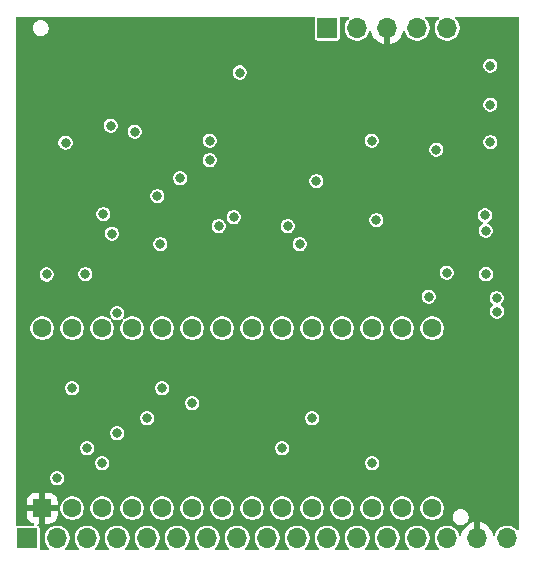
<source format=gbr>
%TF.GenerationSoftware,KiCad,Pcbnew,9.0.0*%
%TF.CreationDate,2025-03-27T21:27:03+00:00*%
%TF.ProjectId,MiniEconetModule,4d696e69-4563-46f6-9e65-744d6f64756c,02b*%
%TF.SameCoordinates,Original*%
%TF.FileFunction,Copper,L3,Inr*%
%TF.FilePolarity,Positive*%
%FSLAX46Y46*%
G04 Gerber Fmt 4.6, Leading zero omitted, Abs format (unit mm)*
G04 Created by KiCad (PCBNEW 9.0.0) date 2025-03-27 21:27:03*
%MOMM*%
%LPD*%
G01*
G04 APERTURE LIST*
G04 Aperture macros list*
%AMRoundRect*
0 Rectangle with rounded corners*
0 $1 Rounding radius*
0 $2 $3 $4 $5 $6 $7 $8 $9 X,Y pos of 4 corners*
0 Add a 4 corners polygon primitive as box body*
4,1,4,$2,$3,$4,$5,$6,$7,$8,$9,$2,$3,0*
0 Add four circle primitives for the rounded corners*
1,1,$1+$1,$2,$3*
1,1,$1+$1,$4,$5*
1,1,$1+$1,$6,$7*
1,1,$1+$1,$8,$9*
0 Add four rect primitives between the rounded corners*
20,1,$1+$1,$2,$3,$4,$5,0*
20,1,$1+$1,$4,$5,$6,$7,0*
20,1,$1+$1,$6,$7,$8,$9,0*
20,1,$1+$1,$8,$9,$2,$3,0*%
G04 Aperture macros list end*
%TA.AperFunction,ComponentPad*%
%ADD10RoundRect,0.250000X0.550000X-0.550000X0.550000X0.550000X-0.550000X0.550000X-0.550000X-0.550000X0*%
%TD*%
%TA.AperFunction,ComponentPad*%
%ADD11C,1.600000*%
%TD*%
%TA.AperFunction,ComponentPad*%
%ADD12R,1.700000X1.700000*%
%TD*%
%TA.AperFunction,ComponentPad*%
%ADD13O,1.700000X1.700000*%
%TD*%
%TA.AperFunction,ViaPad*%
%ADD14C,0.800000*%
%TD*%
%TA.AperFunction,Conductor*%
%ADD15C,0.500000*%
%TD*%
G04 APERTURE END LIST*
D10*
X110075000Y-100805000D03*
D11*
X112615000Y-100805000D03*
X115155000Y-100805000D03*
X117695000Y-100805000D03*
X120235000Y-100805000D03*
X122775000Y-100805000D03*
X125315000Y-100805000D03*
X127855000Y-100805000D03*
X130395000Y-100805000D03*
X132935000Y-100805000D03*
X135475000Y-100805000D03*
X138015000Y-100805000D03*
X140555000Y-100805000D03*
X143095000Y-100805000D03*
X143095000Y-85565000D03*
X140555000Y-85565000D03*
X138015000Y-85565000D03*
X135475000Y-85565000D03*
X132935000Y-85565000D03*
X130395000Y-85565000D03*
X127855000Y-85565000D03*
X125315000Y-85565000D03*
X122775000Y-85565000D03*
X120235000Y-85565000D03*
X117695000Y-85565000D03*
X115155000Y-85565000D03*
X112615000Y-85565000D03*
X110075000Y-85565000D03*
D12*
X108805000Y-103345000D03*
D13*
X111345000Y-103345000D03*
X113885000Y-103345000D03*
X116425000Y-103345000D03*
X118965000Y-103345000D03*
X121505000Y-103345000D03*
X124045000Y-103345000D03*
X126585000Y-103345000D03*
X129125000Y-103345000D03*
X131665000Y-103345000D03*
X134205000Y-103345000D03*
X136745000Y-103345000D03*
X139285000Y-103345000D03*
X141825000Y-103345000D03*
X144365000Y-103345000D03*
X146905000Y-103345000D03*
X149445000Y-103345000D03*
D12*
X134205000Y-60165000D03*
D13*
X136745000Y-60165000D03*
X139285000Y-60165000D03*
X141825000Y-60165000D03*
X144365000Y-60165000D03*
D14*
X137989000Y-68039000D03*
X136211000Y-80866000D03*
X132782000Y-80866000D03*
X128210000Y-80866000D03*
X124400000Y-80866000D03*
X120463000Y-72992000D03*
X120971000Y-80866000D03*
X116771000Y-69891989D03*
X134687000Y-62451000D03*
X121479000Y-66642000D03*
X113303000Y-68293000D03*
X142079000Y-76421000D03*
X128035000Y-62705000D03*
X109313000Y-73246000D03*
X129734000Y-65880000D03*
X140021000Y-80866000D03*
X117842318Y-80866000D03*
X138015000Y-98646000D03*
X147640675Y-73053711D03*
X111091000Y-76294000D03*
X147576000Y-76012130D03*
X147638000Y-77310000D03*
X126305000Y-76167000D03*
X120082000Y-78453000D03*
X131893000Y-78453000D03*
X112057000Y-69870001D03*
X138370000Y-76421000D03*
X126813000Y-63924200D03*
X144339000Y-80866000D03*
X133290000Y-73119000D03*
X124273000Y-69690000D03*
X117923000Y-68928000D03*
X119828000Y-74389000D03*
X130877000Y-76929000D03*
X125035000Y-76929000D03*
X115980500Y-77564000D03*
X143450000Y-70452000D03*
X137989000Y-69690000D03*
X112615000Y-90645000D03*
X110454063Y-81020992D03*
X138015000Y-96995000D03*
X148022000Y-66642000D03*
X115155000Y-96995000D03*
X148567000Y-83025000D03*
X142815000Y-82898000D03*
X120235000Y-90645000D03*
X122775000Y-91915000D03*
X148595000Y-84168000D03*
X148022000Y-63340000D03*
X124273000Y-71341000D03*
X113732000Y-80993000D03*
X115256000Y-75913000D03*
X147649347Y-80975347D03*
X121759000Y-72865000D03*
X113885000Y-95725000D03*
X130395000Y-95725000D03*
X132935000Y-93185000D03*
X118965000Y-93185000D03*
X111345000Y-98265000D03*
X116425000Y-94455000D03*
X116425000Y-84295000D03*
X115891000Y-68420000D03*
X148022000Y-69817000D03*
D15*
X113303000Y-68293000D02*
X113303000Y-69891989D01*
X111091000Y-76294000D02*
X111091000Y-73246000D01*
X146524000Y-98646000D02*
X146905000Y-99027000D01*
X109313000Y-73246000D02*
X111091000Y-73246000D01*
X128210000Y-80866000D02*
X132782000Y-80866000D01*
X116771000Y-69891989D02*
X116771000Y-68455000D01*
X113303000Y-69891989D02*
X113303000Y-72939000D01*
X145215000Y-98646000D02*
X138015000Y-98646000D01*
X140495500Y-77369500D02*
X140495500Y-80391500D01*
X140495500Y-77369500D02*
X140682000Y-77183000D01*
X139285000Y-60165000D02*
X139285000Y-66743000D01*
X136211000Y-80866000D02*
X140021000Y-80866000D01*
X145215000Y-77678000D02*
X145215000Y-98646000D01*
X146524000Y-98646000D02*
X145215000Y-98646000D01*
X137380000Y-99281000D02*
X138015000Y-98646000D01*
X117842318Y-80866000D02*
X120971000Y-80866000D01*
X140495500Y-80391500D02*
X140021000Y-80866000D01*
X110202000Y-99281000D02*
X137380000Y-99281000D01*
X142079000Y-73053711D02*
X142079000Y-76421000D01*
X111091000Y-73246000D02*
X112996000Y-73246000D01*
X120463000Y-72992000D02*
X120463000Y-68039000D01*
X116771000Y-69891989D02*
X113303000Y-69891989D01*
X142079000Y-77183000D02*
X140682000Y-77183000D01*
X112996000Y-73246000D02*
X113303000Y-72939000D01*
X117187000Y-68039000D02*
X120463000Y-68039000D01*
X146905000Y-99027000D02*
X146905000Y-103345000D01*
X110075000Y-100805000D02*
X110075000Y-99408000D01*
X120971000Y-80866000D02*
X124400000Y-80866000D01*
X142079000Y-77183000D02*
X144720000Y-77183000D01*
X144720000Y-77183000D02*
X145215000Y-77678000D01*
X137989000Y-68039000D02*
X141672000Y-68039000D01*
X142079000Y-76421000D02*
X142079000Y-77183000D01*
X142079000Y-68446000D02*
X142079000Y-73053711D01*
X120463000Y-68039000D02*
X128035000Y-68039000D01*
X147640675Y-73053711D02*
X142079000Y-73053711D01*
X142079000Y-68446000D02*
X141672000Y-68039000D01*
X132782000Y-80866000D02*
X136211000Y-80866000D01*
X124400000Y-80866000D02*
X128210000Y-80866000D01*
X137989000Y-68039000D02*
X128035000Y-68039000D01*
X139285000Y-66743000D02*
X137989000Y-68039000D01*
X110075000Y-99408000D02*
X110202000Y-99281000D01*
X116771000Y-68455000D02*
X117187000Y-68039000D01*
X128035000Y-62705000D02*
X128035000Y-68039000D01*
%TA.AperFunction,Conductor*%
G36*
X133113691Y-59214407D02*
G01*
X133149655Y-59263907D01*
X133154500Y-59294500D01*
X133154500Y-61034746D01*
X133154501Y-61034758D01*
X133166132Y-61093227D01*
X133166134Y-61093233D01*
X133210445Y-61159548D01*
X133210448Y-61159552D01*
X133276769Y-61203867D01*
X133321231Y-61212711D01*
X133335241Y-61215498D01*
X133335246Y-61215498D01*
X133335252Y-61215500D01*
X133335253Y-61215500D01*
X135074747Y-61215500D01*
X135074748Y-61215500D01*
X135133231Y-61203867D01*
X135199552Y-61159552D01*
X135243867Y-61093231D01*
X135255500Y-61034748D01*
X135255500Y-59295252D01*
X135255500Y-59294500D01*
X135274407Y-59236309D01*
X135323907Y-59200345D01*
X135354500Y-59195500D01*
X135989861Y-59195500D01*
X136048052Y-59214407D01*
X136084016Y-59263907D01*
X136084016Y-59325093D01*
X136059866Y-59364501D01*
X135971121Y-59453247D01*
X135929020Y-59495348D01*
X135814058Y-59667402D01*
X135734869Y-59858581D01*
X135694500Y-60061532D01*
X135694500Y-60268467D01*
X135734869Y-60471418D01*
X135814058Y-60662597D01*
X135916225Y-60815502D01*
X135929023Y-60834655D01*
X136075345Y-60980977D01*
X136247402Y-61095941D01*
X136438580Y-61175130D01*
X136641535Y-61215500D01*
X136641536Y-61215500D01*
X136848464Y-61215500D01*
X136848465Y-61215500D01*
X137051420Y-61175130D01*
X137242598Y-61095941D01*
X137414655Y-60980977D01*
X137560977Y-60834655D01*
X137675941Y-60662598D01*
X137755130Y-60471420D01*
X137760252Y-60445667D01*
X137790147Y-60392283D01*
X137845712Y-60366666D01*
X137905722Y-60378602D01*
X137947255Y-60423531D01*
X137955131Y-60449491D01*
X137960438Y-60482998D01*
X138026491Y-60686289D01*
X138123533Y-60876746D01*
X138123537Y-60876752D01*
X138249171Y-61049671D01*
X138400328Y-61200828D01*
X138573247Y-61326462D01*
X138573253Y-61326466D01*
X138763710Y-61423508D01*
X138967002Y-61489561D01*
X139030999Y-61499697D01*
X139031000Y-61499696D01*
X139031000Y-60595702D01*
X139092007Y-60630925D01*
X139219174Y-60665000D01*
X139350826Y-60665000D01*
X139477993Y-60630925D01*
X139539000Y-60595702D01*
X139539000Y-61499697D01*
X139602997Y-61489561D01*
X139806289Y-61423508D01*
X139996746Y-61326466D01*
X139996752Y-61326462D01*
X140169671Y-61200828D01*
X140320828Y-61049671D01*
X140446462Y-60876752D01*
X140446466Y-60876746D01*
X140543508Y-60686289D01*
X140609562Y-60482995D01*
X140614868Y-60449494D01*
X140642645Y-60394977D01*
X140697161Y-60367199D01*
X140757593Y-60376770D01*
X140800858Y-60420034D01*
X140809746Y-60445665D01*
X140814867Y-60471411D01*
X140814869Y-60471417D01*
X140894058Y-60662597D01*
X140996225Y-60815502D01*
X141009023Y-60834655D01*
X141155345Y-60980977D01*
X141327402Y-61095941D01*
X141518580Y-61175130D01*
X141721535Y-61215500D01*
X141721536Y-61215500D01*
X141928464Y-61215500D01*
X141928465Y-61215500D01*
X142131420Y-61175130D01*
X142322598Y-61095941D01*
X142494655Y-60980977D01*
X142640977Y-60834655D01*
X142755941Y-60662598D01*
X142835130Y-60471420D01*
X142875500Y-60268465D01*
X142875500Y-60061535D01*
X142835130Y-59858580D01*
X142755941Y-59667402D01*
X142640977Y-59495345D01*
X142510133Y-59364501D01*
X142482358Y-59309987D01*
X142491929Y-59249555D01*
X142535194Y-59206290D01*
X142580139Y-59195500D01*
X143609861Y-59195500D01*
X143668052Y-59214407D01*
X143704016Y-59263907D01*
X143704016Y-59325093D01*
X143679866Y-59364501D01*
X143591121Y-59453247D01*
X143549020Y-59495348D01*
X143434058Y-59667402D01*
X143354869Y-59858581D01*
X143314500Y-60061532D01*
X143314500Y-60268467D01*
X143354869Y-60471418D01*
X143434058Y-60662597D01*
X143536225Y-60815502D01*
X143549023Y-60834655D01*
X143695345Y-60980977D01*
X143867402Y-61095941D01*
X144058580Y-61175130D01*
X144261535Y-61215500D01*
X144261536Y-61215500D01*
X144468464Y-61215500D01*
X144468465Y-61215500D01*
X144671420Y-61175130D01*
X144862598Y-61095941D01*
X145034655Y-60980977D01*
X145180977Y-60834655D01*
X145295941Y-60662598D01*
X145375130Y-60471420D01*
X145415500Y-60268465D01*
X145415500Y-60061535D01*
X145375130Y-59858580D01*
X145295941Y-59667402D01*
X145180977Y-59495345D01*
X145050133Y-59364501D01*
X145022358Y-59309987D01*
X145031929Y-59249555D01*
X145075194Y-59206290D01*
X145120139Y-59195500D01*
X150315500Y-59195500D01*
X150373691Y-59214407D01*
X150409655Y-59263907D01*
X150414500Y-59294500D01*
X150414500Y-102589861D01*
X150395593Y-102648052D01*
X150346093Y-102684016D01*
X150284907Y-102684016D01*
X150245498Y-102659866D01*
X150114655Y-102529023D01*
X150034182Y-102475253D01*
X149942597Y-102414058D01*
X149751418Y-102334869D01*
X149548467Y-102294500D01*
X149548465Y-102294500D01*
X149341535Y-102294500D01*
X149341532Y-102294500D01*
X149138581Y-102334869D01*
X148947402Y-102414058D01*
X148775348Y-102529020D01*
X148629020Y-102675348D01*
X148514058Y-102847402D01*
X148434869Y-103038582D01*
X148434868Y-103038586D01*
X148429746Y-103064335D01*
X148399849Y-103117718D01*
X148344283Y-103143333D01*
X148284274Y-103131395D01*
X148242742Y-103086465D01*
X148234868Y-103060506D01*
X148229561Y-103027003D01*
X148163508Y-102823710D01*
X148066466Y-102633253D01*
X148066462Y-102633247D01*
X147940828Y-102460328D01*
X147789671Y-102309171D01*
X147616752Y-102183537D01*
X147616746Y-102183533D01*
X147426289Y-102086491D01*
X147222996Y-102020438D01*
X147159000Y-102010301D01*
X147159000Y-102914297D01*
X147097993Y-102879075D01*
X146970826Y-102845000D01*
X146839174Y-102845000D01*
X146712007Y-102879075D01*
X146651000Y-102914297D01*
X146651000Y-102010302D01*
X146650999Y-102010301D01*
X146587003Y-102020438D01*
X146383710Y-102086491D01*
X146193253Y-102183533D01*
X146193247Y-102183537D01*
X146020328Y-102309171D01*
X145869171Y-102460328D01*
X145743537Y-102633247D01*
X145743533Y-102633253D01*
X145646491Y-102823710D01*
X145580438Y-103027001D01*
X145575131Y-103060508D01*
X145547352Y-103115024D01*
X145492835Y-103142800D01*
X145432403Y-103133228D01*
X145389139Y-103089962D01*
X145380252Y-103064332D01*
X145379491Y-103060508D01*
X145375130Y-103038580D01*
X145295941Y-102847402D01*
X145180977Y-102675345D01*
X145034655Y-102529023D01*
X144954182Y-102475253D01*
X144862597Y-102414058D01*
X144671418Y-102334869D01*
X144468467Y-102294500D01*
X144468465Y-102294500D01*
X144261535Y-102294500D01*
X144261532Y-102294500D01*
X144058581Y-102334869D01*
X143867402Y-102414058D01*
X143695348Y-102529020D01*
X143549020Y-102675348D01*
X143434058Y-102847402D01*
X143354869Y-103038581D01*
X143314500Y-103241532D01*
X143314500Y-103448467D01*
X143354869Y-103651418D01*
X143434058Y-103842597D01*
X143549020Y-104014651D01*
X143549023Y-104014655D01*
X143679866Y-104145498D01*
X143707642Y-104200013D01*
X143698071Y-104260445D01*
X143654806Y-104303710D01*
X143609861Y-104314500D01*
X142580139Y-104314500D01*
X142521948Y-104295593D01*
X142485984Y-104246093D01*
X142485984Y-104184907D01*
X142510133Y-104145498D01*
X142640977Y-104014655D01*
X142755941Y-103842598D01*
X142835130Y-103651420D01*
X142875500Y-103448465D01*
X142875500Y-103241535D01*
X142835130Y-103038580D01*
X142755941Y-102847402D01*
X142640977Y-102675345D01*
X142494655Y-102529023D01*
X142414182Y-102475253D01*
X142322597Y-102414058D01*
X142131418Y-102334869D01*
X141928467Y-102294500D01*
X141928465Y-102294500D01*
X141721535Y-102294500D01*
X141721532Y-102294500D01*
X141518581Y-102334869D01*
X141327402Y-102414058D01*
X141155348Y-102529020D01*
X141009020Y-102675348D01*
X140894058Y-102847402D01*
X140814869Y-103038581D01*
X140774500Y-103241532D01*
X140774500Y-103448467D01*
X140814869Y-103651418D01*
X140894058Y-103842597D01*
X141009020Y-104014651D01*
X141009023Y-104014655D01*
X141139866Y-104145498D01*
X141167642Y-104200013D01*
X141158071Y-104260445D01*
X141114806Y-104303710D01*
X141069861Y-104314500D01*
X140040139Y-104314500D01*
X139981948Y-104295593D01*
X139945984Y-104246093D01*
X139945984Y-104184907D01*
X139970133Y-104145498D01*
X140100977Y-104014655D01*
X140215941Y-103842598D01*
X140295130Y-103651420D01*
X140335500Y-103448465D01*
X140335500Y-103241535D01*
X140295130Y-103038580D01*
X140215941Y-102847402D01*
X140100977Y-102675345D01*
X139954655Y-102529023D01*
X139874182Y-102475253D01*
X139782597Y-102414058D01*
X139591418Y-102334869D01*
X139388467Y-102294500D01*
X139388465Y-102294500D01*
X139181535Y-102294500D01*
X139181532Y-102294500D01*
X138978581Y-102334869D01*
X138787402Y-102414058D01*
X138615348Y-102529020D01*
X138469020Y-102675348D01*
X138354058Y-102847402D01*
X138274869Y-103038581D01*
X138234500Y-103241532D01*
X138234500Y-103448467D01*
X138274869Y-103651418D01*
X138354058Y-103842597D01*
X138469020Y-104014651D01*
X138469023Y-104014655D01*
X138599866Y-104145498D01*
X138627642Y-104200013D01*
X138618071Y-104260445D01*
X138574806Y-104303710D01*
X138529861Y-104314500D01*
X137500139Y-104314500D01*
X137441948Y-104295593D01*
X137405984Y-104246093D01*
X137405984Y-104184907D01*
X137430133Y-104145498D01*
X137560977Y-104014655D01*
X137675941Y-103842598D01*
X137755130Y-103651420D01*
X137795500Y-103448465D01*
X137795500Y-103241535D01*
X137755130Y-103038580D01*
X137675941Y-102847402D01*
X137560977Y-102675345D01*
X137414655Y-102529023D01*
X137334182Y-102475253D01*
X137242597Y-102414058D01*
X137051418Y-102334869D01*
X136848467Y-102294500D01*
X136848465Y-102294500D01*
X136641535Y-102294500D01*
X136641532Y-102294500D01*
X136438581Y-102334869D01*
X136247402Y-102414058D01*
X136075348Y-102529020D01*
X135929020Y-102675348D01*
X135814058Y-102847402D01*
X135734869Y-103038581D01*
X135694500Y-103241532D01*
X135694500Y-103448467D01*
X135734869Y-103651418D01*
X135814058Y-103842597D01*
X135929020Y-104014651D01*
X135929023Y-104014655D01*
X136059866Y-104145498D01*
X136087642Y-104200013D01*
X136078071Y-104260445D01*
X136034806Y-104303710D01*
X135989861Y-104314500D01*
X134960139Y-104314500D01*
X134901948Y-104295593D01*
X134865984Y-104246093D01*
X134865984Y-104184907D01*
X134890133Y-104145498D01*
X135020977Y-104014655D01*
X135135941Y-103842598D01*
X135215130Y-103651420D01*
X135255500Y-103448465D01*
X135255500Y-103241535D01*
X135215130Y-103038580D01*
X135135941Y-102847402D01*
X135020977Y-102675345D01*
X134874655Y-102529023D01*
X134794182Y-102475253D01*
X134702597Y-102414058D01*
X134511418Y-102334869D01*
X134308467Y-102294500D01*
X134308465Y-102294500D01*
X134101535Y-102294500D01*
X134101532Y-102294500D01*
X133898581Y-102334869D01*
X133707402Y-102414058D01*
X133535348Y-102529020D01*
X133389020Y-102675348D01*
X133274058Y-102847402D01*
X133194869Y-103038581D01*
X133154500Y-103241532D01*
X133154500Y-103448467D01*
X133194869Y-103651418D01*
X133274058Y-103842597D01*
X133389020Y-104014651D01*
X133389023Y-104014655D01*
X133519866Y-104145498D01*
X133547642Y-104200013D01*
X133538071Y-104260445D01*
X133494806Y-104303710D01*
X133449861Y-104314500D01*
X132420139Y-104314500D01*
X132361948Y-104295593D01*
X132325984Y-104246093D01*
X132325984Y-104184907D01*
X132350133Y-104145498D01*
X132480977Y-104014655D01*
X132595941Y-103842598D01*
X132675130Y-103651420D01*
X132715500Y-103448465D01*
X132715500Y-103241535D01*
X132675130Y-103038580D01*
X132595941Y-102847402D01*
X132480977Y-102675345D01*
X132334655Y-102529023D01*
X132254182Y-102475253D01*
X132162597Y-102414058D01*
X131971418Y-102334869D01*
X131768467Y-102294500D01*
X131768465Y-102294500D01*
X131561535Y-102294500D01*
X131561532Y-102294500D01*
X131358581Y-102334869D01*
X131167402Y-102414058D01*
X130995348Y-102529020D01*
X130849020Y-102675348D01*
X130734058Y-102847402D01*
X130654869Y-103038581D01*
X130614500Y-103241532D01*
X130614500Y-103448467D01*
X130654869Y-103651418D01*
X130734058Y-103842597D01*
X130849020Y-104014651D01*
X130849023Y-104014655D01*
X130979866Y-104145498D01*
X131007642Y-104200013D01*
X130998071Y-104260445D01*
X130954806Y-104303710D01*
X130909861Y-104314500D01*
X129880139Y-104314500D01*
X129821948Y-104295593D01*
X129785984Y-104246093D01*
X129785984Y-104184907D01*
X129810133Y-104145498D01*
X129940977Y-104014655D01*
X130055941Y-103842598D01*
X130135130Y-103651420D01*
X130175500Y-103448465D01*
X130175500Y-103241535D01*
X130135130Y-103038580D01*
X130055941Y-102847402D01*
X129940977Y-102675345D01*
X129794655Y-102529023D01*
X129714182Y-102475253D01*
X129622597Y-102414058D01*
X129431418Y-102334869D01*
X129228467Y-102294500D01*
X129228465Y-102294500D01*
X129021535Y-102294500D01*
X129021532Y-102294500D01*
X128818581Y-102334869D01*
X128627402Y-102414058D01*
X128455348Y-102529020D01*
X128309020Y-102675348D01*
X128194058Y-102847402D01*
X128114869Y-103038581D01*
X128074500Y-103241532D01*
X128074500Y-103448467D01*
X128114869Y-103651418D01*
X128194058Y-103842597D01*
X128309020Y-104014651D01*
X128309023Y-104014655D01*
X128439866Y-104145498D01*
X128467642Y-104200013D01*
X128458071Y-104260445D01*
X128414806Y-104303710D01*
X128369861Y-104314500D01*
X127340139Y-104314500D01*
X127281948Y-104295593D01*
X127245984Y-104246093D01*
X127245984Y-104184907D01*
X127270133Y-104145498D01*
X127400977Y-104014655D01*
X127515941Y-103842598D01*
X127595130Y-103651420D01*
X127635500Y-103448465D01*
X127635500Y-103241535D01*
X127595130Y-103038580D01*
X127515941Y-102847402D01*
X127400977Y-102675345D01*
X127254655Y-102529023D01*
X127174182Y-102475253D01*
X127082597Y-102414058D01*
X126891418Y-102334869D01*
X126688467Y-102294500D01*
X126688465Y-102294500D01*
X126481535Y-102294500D01*
X126481532Y-102294500D01*
X126278581Y-102334869D01*
X126087402Y-102414058D01*
X125915348Y-102529020D01*
X125769020Y-102675348D01*
X125654058Y-102847402D01*
X125574869Y-103038581D01*
X125534500Y-103241532D01*
X125534500Y-103448467D01*
X125574869Y-103651418D01*
X125654058Y-103842597D01*
X125769020Y-104014651D01*
X125769023Y-104014655D01*
X125899866Y-104145498D01*
X125927642Y-104200013D01*
X125918071Y-104260445D01*
X125874806Y-104303710D01*
X125829861Y-104314500D01*
X124800139Y-104314500D01*
X124741948Y-104295593D01*
X124705984Y-104246093D01*
X124705984Y-104184907D01*
X124730133Y-104145498D01*
X124860977Y-104014655D01*
X124975941Y-103842598D01*
X125055130Y-103651420D01*
X125095500Y-103448465D01*
X125095500Y-103241535D01*
X125055130Y-103038580D01*
X124975941Y-102847402D01*
X124860977Y-102675345D01*
X124714655Y-102529023D01*
X124634182Y-102475253D01*
X124542597Y-102414058D01*
X124351418Y-102334869D01*
X124148467Y-102294500D01*
X124148465Y-102294500D01*
X123941535Y-102294500D01*
X123941532Y-102294500D01*
X123738581Y-102334869D01*
X123547402Y-102414058D01*
X123375348Y-102529020D01*
X123229020Y-102675348D01*
X123114058Y-102847402D01*
X123034869Y-103038581D01*
X122994500Y-103241532D01*
X122994500Y-103448467D01*
X123034869Y-103651418D01*
X123114058Y-103842597D01*
X123229020Y-104014651D01*
X123229023Y-104014655D01*
X123359866Y-104145498D01*
X123387642Y-104200013D01*
X123378071Y-104260445D01*
X123334806Y-104303710D01*
X123289861Y-104314500D01*
X122260139Y-104314500D01*
X122201948Y-104295593D01*
X122165984Y-104246093D01*
X122165984Y-104184907D01*
X122190133Y-104145498D01*
X122320977Y-104014655D01*
X122435941Y-103842598D01*
X122515130Y-103651420D01*
X122555500Y-103448465D01*
X122555500Y-103241535D01*
X122515130Y-103038580D01*
X122435941Y-102847402D01*
X122320977Y-102675345D01*
X122174655Y-102529023D01*
X122094182Y-102475253D01*
X122002597Y-102414058D01*
X121811418Y-102334869D01*
X121608467Y-102294500D01*
X121608465Y-102294500D01*
X121401535Y-102294500D01*
X121401532Y-102294500D01*
X121198581Y-102334869D01*
X121007402Y-102414058D01*
X120835348Y-102529020D01*
X120689020Y-102675348D01*
X120574058Y-102847402D01*
X120494869Y-103038581D01*
X120454500Y-103241532D01*
X120454500Y-103448467D01*
X120494869Y-103651418D01*
X120574058Y-103842597D01*
X120689020Y-104014651D01*
X120689023Y-104014655D01*
X120819866Y-104145498D01*
X120847642Y-104200013D01*
X120838071Y-104260445D01*
X120794806Y-104303710D01*
X120749861Y-104314500D01*
X119720139Y-104314500D01*
X119661948Y-104295593D01*
X119625984Y-104246093D01*
X119625984Y-104184907D01*
X119650133Y-104145498D01*
X119780977Y-104014655D01*
X119895941Y-103842598D01*
X119975130Y-103651420D01*
X120015500Y-103448465D01*
X120015500Y-103241535D01*
X119975130Y-103038580D01*
X119895941Y-102847402D01*
X119780977Y-102675345D01*
X119634655Y-102529023D01*
X119554182Y-102475253D01*
X119462597Y-102414058D01*
X119271418Y-102334869D01*
X119068467Y-102294500D01*
X119068465Y-102294500D01*
X118861535Y-102294500D01*
X118861532Y-102294500D01*
X118658581Y-102334869D01*
X118467402Y-102414058D01*
X118295348Y-102529020D01*
X118149020Y-102675348D01*
X118034058Y-102847402D01*
X117954869Y-103038581D01*
X117914500Y-103241532D01*
X117914500Y-103448467D01*
X117954869Y-103651418D01*
X118034058Y-103842597D01*
X118149020Y-104014651D01*
X118149023Y-104014655D01*
X118279866Y-104145498D01*
X118307642Y-104200013D01*
X118298071Y-104260445D01*
X118254806Y-104303710D01*
X118209861Y-104314500D01*
X117180139Y-104314500D01*
X117121948Y-104295593D01*
X117085984Y-104246093D01*
X117085984Y-104184907D01*
X117110133Y-104145498D01*
X117240977Y-104014655D01*
X117355941Y-103842598D01*
X117435130Y-103651420D01*
X117475500Y-103448465D01*
X117475500Y-103241535D01*
X117435130Y-103038580D01*
X117355941Y-102847402D01*
X117240977Y-102675345D01*
X117094655Y-102529023D01*
X117014182Y-102475253D01*
X116922597Y-102414058D01*
X116731418Y-102334869D01*
X116528467Y-102294500D01*
X116528465Y-102294500D01*
X116321535Y-102294500D01*
X116321532Y-102294500D01*
X116118581Y-102334869D01*
X115927402Y-102414058D01*
X115755348Y-102529020D01*
X115609020Y-102675348D01*
X115494058Y-102847402D01*
X115414869Y-103038581D01*
X115374500Y-103241532D01*
X115374500Y-103448467D01*
X115414869Y-103651418D01*
X115494058Y-103842597D01*
X115609020Y-104014651D01*
X115609023Y-104014655D01*
X115739866Y-104145498D01*
X115767642Y-104200013D01*
X115758071Y-104260445D01*
X115714806Y-104303710D01*
X115669861Y-104314500D01*
X114640139Y-104314500D01*
X114581948Y-104295593D01*
X114545984Y-104246093D01*
X114545984Y-104184907D01*
X114570133Y-104145498D01*
X114700977Y-104014655D01*
X114815941Y-103842598D01*
X114895130Y-103651420D01*
X114935500Y-103448465D01*
X114935500Y-103241535D01*
X114895130Y-103038580D01*
X114815941Y-102847402D01*
X114700977Y-102675345D01*
X114554655Y-102529023D01*
X114474182Y-102475253D01*
X114382597Y-102414058D01*
X114191418Y-102334869D01*
X113988467Y-102294500D01*
X113988465Y-102294500D01*
X113781535Y-102294500D01*
X113781532Y-102294500D01*
X113578581Y-102334869D01*
X113387402Y-102414058D01*
X113215348Y-102529020D01*
X113069020Y-102675348D01*
X112954058Y-102847402D01*
X112874869Y-103038581D01*
X112834500Y-103241532D01*
X112834500Y-103448467D01*
X112874869Y-103651418D01*
X112954058Y-103842597D01*
X113069020Y-104014651D01*
X113069023Y-104014655D01*
X113199866Y-104145498D01*
X113227642Y-104200013D01*
X113218071Y-104260445D01*
X113174806Y-104303710D01*
X113129861Y-104314500D01*
X112100139Y-104314500D01*
X112041948Y-104295593D01*
X112005984Y-104246093D01*
X112005984Y-104184907D01*
X112030133Y-104145498D01*
X112160977Y-104014655D01*
X112275941Y-103842598D01*
X112355130Y-103651420D01*
X112395500Y-103448465D01*
X112395500Y-103241535D01*
X112355130Y-103038580D01*
X112275941Y-102847402D01*
X112160977Y-102675345D01*
X112014655Y-102529023D01*
X111934182Y-102475253D01*
X111842597Y-102414058D01*
X111651418Y-102334869D01*
X111448467Y-102294500D01*
X111448465Y-102294500D01*
X111241535Y-102294500D01*
X111241532Y-102294500D01*
X111038581Y-102334869D01*
X110847402Y-102414058D01*
X110675348Y-102529020D01*
X110529020Y-102675348D01*
X110414058Y-102847402D01*
X110334869Y-103038581D01*
X110294500Y-103241532D01*
X110294500Y-103448467D01*
X110334869Y-103651418D01*
X110414058Y-103842597D01*
X110529020Y-104014651D01*
X110529023Y-104014655D01*
X110659866Y-104145498D01*
X110687642Y-104200013D01*
X110678071Y-104260445D01*
X110634806Y-104303710D01*
X110589861Y-104314500D01*
X109954500Y-104314500D01*
X109896309Y-104295593D01*
X109860345Y-104246093D01*
X109855500Y-104215500D01*
X109855500Y-102475253D01*
X109855498Y-102475241D01*
X109852531Y-102460328D01*
X109843867Y-102416769D01*
X109799552Y-102350448D01*
X109799548Y-102350445D01*
X109733233Y-102306134D01*
X109726788Y-102303465D01*
X109680261Y-102263729D01*
X109665977Y-102204234D01*
X109689391Y-102147706D01*
X109741560Y-102115736D01*
X109764672Y-102113000D01*
X109820999Y-102113000D01*
X109821000Y-102112999D01*
X109821000Y-101116686D01*
X109829394Y-101125080D01*
X109920606Y-101177741D01*
X110022339Y-101205000D01*
X110127661Y-101205000D01*
X110229394Y-101177741D01*
X110320606Y-101125080D01*
X110329000Y-101116686D01*
X110329000Y-102112999D01*
X110329001Y-102113000D01*
X110675516Y-102113000D01*
X110779321Y-102102394D01*
X110947525Y-102046657D01*
X111098337Y-101953635D01*
X111223635Y-101828337D01*
X111316657Y-101677525D01*
X111372394Y-101509321D01*
X111383000Y-101405515D01*
X111383000Y-101059001D01*
X111382999Y-101059000D01*
X110386686Y-101059000D01*
X110395080Y-101050606D01*
X110447741Y-100959394D01*
X110475000Y-100857661D01*
X110475000Y-100752339D01*
X110462706Y-100706456D01*
X111614500Y-100706456D01*
X111614500Y-100903543D01*
X111652949Y-101096834D01*
X111652949Y-101096836D01*
X111728367Y-101278913D01*
X111728368Y-101278914D01*
X111837861Y-101442782D01*
X111977218Y-101582139D01*
X112141086Y-101691632D01*
X112323165Y-101767051D01*
X112516459Y-101805500D01*
X112516460Y-101805500D01*
X112713540Y-101805500D01*
X112713541Y-101805500D01*
X112906835Y-101767051D01*
X113088914Y-101691632D01*
X113252782Y-101582139D01*
X113392139Y-101442782D01*
X113501632Y-101278914D01*
X113577051Y-101096835D01*
X113615500Y-100903541D01*
X113615500Y-100706459D01*
X113615499Y-100706456D01*
X114154500Y-100706456D01*
X114154500Y-100903543D01*
X114192949Y-101096834D01*
X114192949Y-101096836D01*
X114268367Y-101278913D01*
X114268368Y-101278914D01*
X114377861Y-101442782D01*
X114517218Y-101582139D01*
X114681086Y-101691632D01*
X114863165Y-101767051D01*
X115056459Y-101805500D01*
X115056460Y-101805500D01*
X115253540Y-101805500D01*
X115253541Y-101805500D01*
X115446835Y-101767051D01*
X115628914Y-101691632D01*
X115792782Y-101582139D01*
X115932139Y-101442782D01*
X116041632Y-101278914D01*
X116117051Y-101096835D01*
X116155500Y-100903541D01*
X116155500Y-100706459D01*
X116155499Y-100706456D01*
X116694500Y-100706456D01*
X116694500Y-100903543D01*
X116732949Y-101096834D01*
X116732949Y-101096836D01*
X116808367Y-101278913D01*
X116808368Y-101278914D01*
X116917861Y-101442782D01*
X117057218Y-101582139D01*
X117221086Y-101691632D01*
X117403165Y-101767051D01*
X117596459Y-101805500D01*
X117596460Y-101805500D01*
X117793540Y-101805500D01*
X117793541Y-101805500D01*
X117986835Y-101767051D01*
X118168914Y-101691632D01*
X118332782Y-101582139D01*
X118472139Y-101442782D01*
X118581632Y-101278914D01*
X118657051Y-101096835D01*
X118695500Y-100903541D01*
X118695500Y-100706459D01*
X118695499Y-100706456D01*
X119234500Y-100706456D01*
X119234500Y-100903543D01*
X119272949Y-101096834D01*
X119272949Y-101096836D01*
X119348367Y-101278913D01*
X119348368Y-101278914D01*
X119457861Y-101442782D01*
X119597218Y-101582139D01*
X119761086Y-101691632D01*
X119943165Y-101767051D01*
X120136459Y-101805500D01*
X120136460Y-101805500D01*
X120333540Y-101805500D01*
X120333541Y-101805500D01*
X120526835Y-101767051D01*
X120708914Y-101691632D01*
X120872782Y-101582139D01*
X121012139Y-101442782D01*
X121121632Y-101278914D01*
X121197051Y-101096835D01*
X121235500Y-100903541D01*
X121235500Y-100706459D01*
X121235499Y-100706456D01*
X121774500Y-100706456D01*
X121774500Y-100903543D01*
X121812949Y-101096834D01*
X121812949Y-101096836D01*
X121888367Y-101278913D01*
X121888368Y-101278914D01*
X121997861Y-101442782D01*
X122137218Y-101582139D01*
X122301086Y-101691632D01*
X122483165Y-101767051D01*
X122676459Y-101805500D01*
X122676460Y-101805500D01*
X122873540Y-101805500D01*
X122873541Y-101805500D01*
X123066835Y-101767051D01*
X123248914Y-101691632D01*
X123412782Y-101582139D01*
X123552139Y-101442782D01*
X123661632Y-101278914D01*
X123737051Y-101096835D01*
X123775500Y-100903541D01*
X123775500Y-100706459D01*
X123775499Y-100706456D01*
X124314500Y-100706456D01*
X124314500Y-100903543D01*
X124352949Y-101096834D01*
X124352949Y-101096836D01*
X124428367Y-101278913D01*
X124428368Y-101278914D01*
X124537861Y-101442782D01*
X124677218Y-101582139D01*
X124841086Y-101691632D01*
X125023165Y-101767051D01*
X125216459Y-101805500D01*
X125216460Y-101805500D01*
X125413540Y-101805500D01*
X125413541Y-101805500D01*
X125606835Y-101767051D01*
X125788914Y-101691632D01*
X125952782Y-101582139D01*
X126092139Y-101442782D01*
X126201632Y-101278914D01*
X126277051Y-101096835D01*
X126315500Y-100903541D01*
X126315500Y-100706459D01*
X126315499Y-100706456D01*
X126854500Y-100706456D01*
X126854500Y-100903543D01*
X126892949Y-101096834D01*
X126892949Y-101096836D01*
X126968367Y-101278913D01*
X126968368Y-101278914D01*
X127077861Y-101442782D01*
X127217218Y-101582139D01*
X127381086Y-101691632D01*
X127563165Y-101767051D01*
X127756459Y-101805500D01*
X127756460Y-101805500D01*
X127953540Y-101805500D01*
X127953541Y-101805500D01*
X128146835Y-101767051D01*
X128328914Y-101691632D01*
X128492782Y-101582139D01*
X128632139Y-101442782D01*
X128741632Y-101278914D01*
X128817051Y-101096835D01*
X128855500Y-100903541D01*
X128855500Y-100706459D01*
X128855499Y-100706456D01*
X129394500Y-100706456D01*
X129394500Y-100903543D01*
X129432949Y-101096834D01*
X129432949Y-101096836D01*
X129508367Y-101278913D01*
X129508368Y-101278914D01*
X129617861Y-101442782D01*
X129757218Y-101582139D01*
X129921086Y-101691632D01*
X130103165Y-101767051D01*
X130296459Y-101805500D01*
X130296460Y-101805500D01*
X130493540Y-101805500D01*
X130493541Y-101805500D01*
X130686835Y-101767051D01*
X130868914Y-101691632D01*
X131032782Y-101582139D01*
X131172139Y-101442782D01*
X131281632Y-101278914D01*
X131357051Y-101096835D01*
X131395500Y-100903541D01*
X131395500Y-100706459D01*
X131395499Y-100706456D01*
X131934500Y-100706456D01*
X131934500Y-100903543D01*
X131972949Y-101096834D01*
X131972949Y-101096836D01*
X132048367Y-101278913D01*
X132048368Y-101278914D01*
X132157861Y-101442782D01*
X132297218Y-101582139D01*
X132461086Y-101691632D01*
X132643165Y-101767051D01*
X132836459Y-101805500D01*
X132836460Y-101805500D01*
X133033540Y-101805500D01*
X133033541Y-101805500D01*
X133226835Y-101767051D01*
X133408914Y-101691632D01*
X133572782Y-101582139D01*
X133712139Y-101442782D01*
X133821632Y-101278914D01*
X133897051Y-101096835D01*
X133935500Y-100903541D01*
X133935500Y-100706459D01*
X133935499Y-100706456D01*
X134474500Y-100706456D01*
X134474500Y-100903543D01*
X134512949Y-101096834D01*
X134512949Y-101096836D01*
X134588367Y-101278913D01*
X134588368Y-101278914D01*
X134697861Y-101442782D01*
X134837218Y-101582139D01*
X135001086Y-101691632D01*
X135183165Y-101767051D01*
X135376459Y-101805500D01*
X135376460Y-101805500D01*
X135573540Y-101805500D01*
X135573541Y-101805500D01*
X135766835Y-101767051D01*
X135948914Y-101691632D01*
X136112782Y-101582139D01*
X136252139Y-101442782D01*
X136361632Y-101278914D01*
X136437051Y-101096835D01*
X136475500Y-100903541D01*
X136475500Y-100706459D01*
X136475499Y-100706456D01*
X137014500Y-100706456D01*
X137014500Y-100903543D01*
X137052949Y-101096834D01*
X137052949Y-101096836D01*
X137128367Y-101278913D01*
X137128368Y-101278914D01*
X137237861Y-101442782D01*
X137377218Y-101582139D01*
X137541086Y-101691632D01*
X137723165Y-101767051D01*
X137916459Y-101805500D01*
X137916460Y-101805500D01*
X138113540Y-101805500D01*
X138113541Y-101805500D01*
X138306835Y-101767051D01*
X138488914Y-101691632D01*
X138652782Y-101582139D01*
X138792139Y-101442782D01*
X138901632Y-101278914D01*
X138977051Y-101096835D01*
X139015500Y-100903541D01*
X139015500Y-100706459D01*
X139015499Y-100706456D01*
X139554500Y-100706456D01*
X139554500Y-100903543D01*
X139592949Y-101096834D01*
X139592949Y-101096836D01*
X139668367Y-101278913D01*
X139668368Y-101278914D01*
X139777861Y-101442782D01*
X139917218Y-101582139D01*
X140081086Y-101691632D01*
X140263165Y-101767051D01*
X140456459Y-101805500D01*
X140456460Y-101805500D01*
X140653540Y-101805500D01*
X140653541Y-101805500D01*
X140846835Y-101767051D01*
X141028914Y-101691632D01*
X141192782Y-101582139D01*
X141332139Y-101442782D01*
X141441632Y-101278914D01*
X141517051Y-101096835D01*
X141555500Y-100903541D01*
X141555500Y-100706459D01*
X141555499Y-100706456D01*
X142094500Y-100706456D01*
X142094500Y-100903543D01*
X142132949Y-101096834D01*
X142132949Y-101096836D01*
X142208367Y-101278913D01*
X142208368Y-101278914D01*
X142317861Y-101442782D01*
X142457218Y-101582139D01*
X142621086Y-101691632D01*
X142803165Y-101767051D01*
X142996459Y-101805500D01*
X142996460Y-101805500D01*
X143193540Y-101805500D01*
X143193541Y-101805500D01*
X143386835Y-101767051D01*
X143568914Y-101691632D01*
X143732782Y-101582139D01*
X143814553Y-101500368D01*
X144831500Y-101500368D01*
X144831500Y-101633631D01*
X144857498Y-101764327D01*
X144857498Y-101764329D01*
X144874552Y-101805500D01*
X144908494Y-101887443D01*
X144982528Y-101998243D01*
X145076757Y-102092472D01*
X145187557Y-102166506D01*
X145310672Y-102217502D01*
X145441371Y-102243500D01*
X145441372Y-102243500D01*
X145574628Y-102243500D01*
X145574629Y-102243500D01*
X145705328Y-102217502D01*
X145828443Y-102166506D01*
X145939243Y-102092472D01*
X146033472Y-101998243D01*
X146107506Y-101887443D01*
X146158502Y-101764328D01*
X146184500Y-101633629D01*
X146184500Y-101500371D01*
X146158502Y-101369672D01*
X146107506Y-101246557D01*
X146033472Y-101135757D01*
X145939243Y-101041528D01*
X145828443Y-100967494D01*
X145705328Y-100916498D01*
X145574631Y-100890500D01*
X145574629Y-100890500D01*
X145441371Y-100890500D01*
X145441368Y-100890500D01*
X145310672Y-100916498D01*
X145310670Y-100916498D01*
X145187558Y-100967493D01*
X145076758Y-101041527D01*
X144982527Y-101135758D01*
X144908493Y-101246558D01*
X144857498Y-101369670D01*
X144857498Y-101369672D01*
X144831500Y-101500368D01*
X143814553Y-101500368D01*
X143872139Y-101442782D01*
X143981632Y-101278914D01*
X144057051Y-101096835D01*
X144095500Y-100903541D01*
X144095500Y-100706459D01*
X144057051Y-100513165D01*
X143981632Y-100331086D01*
X143872139Y-100167218D01*
X143732782Y-100027861D01*
X143568914Y-99918368D01*
X143568915Y-99918368D01*
X143568913Y-99918367D01*
X143386835Y-99842949D01*
X143193543Y-99804500D01*
X143193541Y-99804500D01*
X142996459Y-99804500D01*
X142996456Y-99804500D01*
X142803165Y-99842949D01*
X142803163Y-99842949D01*
X142621086Y-99918367D01*
X142457218Y-100027861D01*
X142457214Y-100027864D01*
X142317864Y-100167214D01*
X142317861Y-100167218D01*
X142208367Y-100331086D01*
X142132949Y-100513163D01*
X142132949Y-100513165D01*
X142094500Y-100706456D01*
X141555499Y-100706456D01*
X141517051Y-100513165D01*
X141441632Y-100331086D01*
X141332139Y-100167218D01*
X141192782Y-100027861D01*
X141028914Y-99918368D01*
X141028915Y-99918368D01*
X141028913Y-99918367D01*
X140846835Y-99842949D01*
X140653543Y-99804500D01*
X140653541Y-99804500D01*
X140456459Y-99804500D01*
X140456456Y-99804500D01*
X140263165Y-99842949D01*
X140263163Y-99842949D01*
X140081086Y-99918367D01*
X139917218Y-100027861D01*
X139917214Y-100027864D01*
X139777864Y-100167214D01*
X139777861Y-100167218D01*
X139668367Y-100331086D01*
X139592949Y-100513163D01*
X139592949Y-100513165D01*
X139554500Y-100706456D01*
X139015499Y-100706456D01*
X138977051Y-100513165D01*
X138901632Y-100331086D01*
X138792139Y-100167218D01*
X138652782Y-100027861D01*
X138488914Y-99918368D01*
X138488915Y-99918368D01*
X138488913Y-99918367D01*
X138306835Y-99842949D01*
X138113543Y-99804500D01*
X138113541Y-99804500D01*
X137916459Y-99804500D01*
X137916456Y-99804500D01*
X137723165Y-99842949D01*
X137723163Y-99842949D01*
X137541086Y-99918367D01*
X137377218Y-100027861D01*
X137377214Y-100027864D01*
X137237864Y-100167214D01*
X137237861Y-100167218D01*
X137128367Y-100331086D01*
X137052949Y-100513163D01*
X137052949Y-100513165D01*
X137014500Y-100706456D01*
X136475499Y-100706456D01*
X136437051Y-100513165D01*
X136361632Y-100331086D01*
X136252139Y-100167218D01*
X136112782Y-100027861D01*
X135948914Y-99918368D01*
X135948915Y-99918368D01*
X135948913Y-99918367D01*
X135766835Y-99842949D01*
X135573543Y-99804500D01*
X135573541Y-99804500D01*
X135376459Y-99804500D01*
X135376456Y-99804500D01*
X135183165Y-99842949D01*
X135183163Y-99842949D01*
X135001086Y-99918367D01*
X134837218Y-100027861D01*
X134837214Y-100027864D01*
X134697864Y-100167214D01*
X134697861Y-100167218D01*
X134588367Y-100331086D01*
X134512949Y-100513163D01*
X134512949Y-100513165D01*
X134474500Y-100706456D01*
X133935499Y-100706456D01*
X133897051Y-100513165D01*
X133821632Y-100331086D01*
X133712139Y-100167218D01*
X133572782Y-100027861D01*
X133408914Y-99918368D01*
X133408915Y-99918368D01*
X133408913Y-99918367D01*
X133226835Y-99842949D01*
X133033543Y-99804500D01*
X133033541Y-99804500D01*
X132836459Y-99804500D01*
X132836456Y-99804500D01*
X132643165Y-99842949D01*
X132643163Y-99842949D01*
X132461086Y-99918367D01*
X132297218Y-100027861D01*
X132297214Y-100027864D01*
X132157864Y-100167214D01*
X132157861Y-100167218D01*
X132048367Y-100331086D01*
X131972949Y-100513163D01*
X131972949Y-100513165D01*
X131934500Y-100706456D01*
X131395499Y-100706456D01*
X131357051Y-100513165D01*
X131281632Y-100331086D01*
X131172139Y-100167218D01*
X131032782Y-100027861D01*
X130868914Y-99918368D01*
X130868915Y-99918368D01*
X130868913Y-99918367D01*
X130686835Y-99842949D01*
X130493543Y-99804500D01*
X130493541Y-99804500D01*
X130296459Y-99804500D01*
X130296456Y-99804500D01*
X130103165Y-99842949D01*
X130103163Y-99842949D01*
X129921086Y-99918367D01*
X129757218Y-100027861D01*
X129757214Y-100027864D01*
X129617864Y-100167214D01*
X129617861Y-100167218D01*
X129508367Y-100331086D01*
X129432949Y-100513163D01*
X129432949Y-100513165D01*
X129394500Y-100706456D01*
X128855499Y-100706456D01*
X128817051Y-100513165D01*
X128741632Y-100331086D01*
X128632139Y-100167218D01*
X128492782Y-100027861D01*
X128328914Y-99918368D01*
X128328915Y-99918368D01*
X128328913Y-99918367D01*
X128146835Y-99842949D01*
X127953543Y-99804500D01*
X127953541Y-99804500D01*
X127756459Y-99804500D01*
X127756456Y-99804500D01*
X127563165Y-99842949D01*
X127563163Y-99842949D01*
X127381086Y-99918367D01*
X127217218Y-100027861D01*
X127217214Y-100027864D01*
X127077864Y-100167214D01*
X127077861Y-100167218D01*
X126968367Y-100331086D01*
X126892949Y-100513163D01*
X126892949Y-100513165D01*
X126854500Y-100706456D01*
X126315499Y-100706456D01*
X126277051Y-100513165D01*
X126201632Y-100331086D01*
X126092139Y-100167218D01*
X125952782Y-100027861D01*
X125788914Y-99918368D01*
X125788915Y-99918368D01*
X125788913Y-99918367D01*
X125606835Y-99842949D01*
X125413543Y-99804500D01*
X125413541Y-99804500D01*
X125216459Y-99804500D01*
X125216456Y-99804500D01*
X125023165Y-99842949D01*
X125023163Y-99842949D01*
X124841086Y-99918367D01*
X124677218Y-100027861D01*
X124677214Y-100027864D01*
X124537864Y-100167214D01*
X124537861Y-100167218D01*
X124428367Y-100331086D01*
X124352949Y-100513163D01*
X124352949Y-100513165D01*
X124314500Y-100706456D01*
X123775499Y-100706456D01*
X123737051Y-100513165D01*
X123661632Y-100331086D01*
X123552139Y-100167218D01*
X123412782Y-100027861D01*
X123248914Y-99918368D01*
X123248915Y-99918368D01*
X123248913Y-99918367D01*
X123066835Y-99842949D01*
X122873543Y-99804500D01*
X122873541Y-99804500D01*
X122676459Y-99804500D01*
X122676456Y-99804500D01*
X122483165Y-99842949D01*
X122483163Y-99842949D01*
X122301086Y-99918367D01*
X122137218Y-100027861D01*
X122137214Y-100027864D01*
X121997864Y-100167214D01*
X121997861Y-100167218D01*
X121888367Y-100331086D01*
X121812949Y-100513163D01*
X121812949Y-100513165D01*
X121774500Y-100706456D01*
X121235499Y-100706456D01*
X121197051Y-100513165D01*
X121121632Y-100331086D01*
X121012139Y-100167218D01*
X120872782Y-100027861D01*
X120708914Y-99918368D01*
X120708915Y-99918368D01*
X120708913Y-99918367D01*
X120526835Y-99842949D01*
X120333543Y-99804500D01*
X120333541Y-99804500D01*
X120136459Y-99804500D01*
X120136456Y-99804500D01*
X119943165Y-99842949D01*
X119943163Y-99842949D01*
X119761086Y-99918367D01*
X119597218Y-100027861D01*
X119597214Y-100027864D01*
X119457864Y-100167214D01*
X119457861Y-100167218D01*
X119348367Y-100331086D01*
X119272949Y-100513163D01*
X119272949Y-100513165D01*
X119234500Y-100706456D01*
X118695499Y-100706456D01*
X118657051Y-100513165D01*
X118581632Y-100331086D01*
X118472139Y-100167218D01*
X118332782Y-100027861D01*
X118168914Y-99918368D01*
X118168915Y-99918368D01*
X118168913Y-99918367D01*
X117986835Y-99842949D01*
X117793543Y-99804500D01*
X117793541Y-99804500D01*
X117596459Y-99804500D01*
X117596456Y-99804500D01*
X117403165Y-99842949D01*
X117403163Y-99842949D01*
X117221086Y-99918367D01*
X117057218Y-100027861D01*
X117057214Y-100027864D01*
X116917864Y-100167214D01*
X116917861Y-100167218D01*
X116808367Y-100331086D01*
X116732949Y-100513163D01*
X116732949Y-100513165D01*
X116694500Y-100706456D01*
X116155499Y-100706456D01*
X116117051Y-100513165D01*
X116041632Y-100331086D01*
X115932139Y-100167218D01*
X115792782Y-100027861D01*
X115628914Y-99918368D01*
X115628915Y-99918368D01*
X115628913Y-99918367D01*
X115446835Y-99842949D01*
X115253543Y-99804500D01*
X115253541Y-99804500D01*
X115056459Y-99804500D01*
X115056456Y-99804500D01*
X114863165Y-99842949D01*
X114863163Y-99842949D01*
X114681086Y-99918367D01*
X114517218Y-100027861D01*
X114517214Y-100027864D01*
X114377864Y-100167214D01*
X114377861Y-100167218D01*
X114268367Y-100331086D01*
X114192949Y-100513163D01*
X114192949Y-100513165D01*
X114154500Y-100706456D01*
X113615499Y-100706456D01*
X113577051Y-100513165D01*
X113501632Y-100331086D01*
X113392139Y-100167218D01*
X113252782Y-100027861D01*
X113088914Y-99918368D01*
X113088915Y-99918368D01*
X113088913Y-99918367D01*
X112906835Y-99842949D01*
X112713543Y-99804500D01*
X112713541Y-99804500D01*
X112516459Y-99804500D01*
X112516456Y-99804500D01*
X112323165Y-99842949D01*
X112323163Y-99842949D01*
X112141086Y-99918367D01*
X111977218Y-100027861D01*
X111977214Y-100027864D01*
X111837864Y-100167214D01*
X111837861Y-100167218D01*
X111728367Y-100331086D01*
X111652949Y-100513163D01*
X111652949Y-100513165D01*
X111614500Y-100706456D01*
X110462706Y-100706456D01*
X110447741Y-100650606D01*
X110395080Y-100559394D01*
X110386686Y-100551000D01*
X111382999Y-100551000D01*
X111383000Y-100550999D01*
X111383000Y-100204484D01*
X111372394Y-100100678D01*
X111316657Y-99932474D01*
X111223635Y-99781662D01*
X111098337Y-99656364D01*
X110947525Y-99563342D01*
X110779321Y-99507605D01*
X110675516Y-99497000D01*
X110329001Y-99497000D01*
X110329000Y-99497001D01*
X110329000Y-100493314D01*
X110320606Y-100484920D01*
X110229394Y-100432259D01*
X110127661Y-100405000D01*
X110022339Y-100405000D01*
X109920606Y-100432259D01*
X109829394Y-100484920D01*
X109821000Y-100493314D01*
X109821000Y-99497001D01*
X109820999Y-99497000D01*
X109474484Y-99497000D01*
X109370678Y-99507605D01*
X109202474Y-99563342D01*
X109051662Y-99656364D01*
X108926364Y-99781662D01*
X108833342Y-99932474D01*
X108777605Y-100100678D01*
X108767000Y-100204484D01*
X108767000Y-100550999D01*
X108767001Y-100551000D01*
X109763314Y-100551000D01*
X109754920Y-100559394D01*
X109702259Y-100650606D01*
X109675000Y-100752339D01*
X109675000Y-100857661D01*
X109702259Y-100959394D01*
X109754920Y-101050606D01*
X109763314Y-101059000D01*
X108767001Y-101059000D01*
X108767000Y-101059001D01*
X108767000Y-101405515D01*
X108777605Y-101509321D01*
X108833342Y-101677525D01*
X108926364Y-101828337D01*
X109051662Y-101953635D01*
X109202474Y-102046657D01*
X109368054Y-102101525D01*
X109417344Y-102137776D01*
X109435912Y-102196076D01*
X109416667Y-102254156D01*
X109366958Y-102289831D01*
X109336914Y-102294500D01*
X107934500Y-102294500D01*
X107876309Y-102275593D01*
X107840345Y-102226093D01*
X107835500Y-102195500D01*
X107835500Y-98185943D01*
X110744500Y-98185943D01*
X110744500Y-98344057D01*
X110785423Y-98496784D01*
X110864480Y-98633716D01*
X110976284Y-98745520D01*
X111113216Y-98824577D01*
X111265943Y-98865500D01*
X111265945Y-98865500D01*
X111424055Y-98865500D01*
X111424057Y-98865500D01*
X111576784Y-98824577D01*
X111713716Y-98745520D01*
X111825520Y-98633716D01*
X111904577Y-98496784D01*
X111945500Y-98344057D01*
X111945500Y-98185943D01*
X111904577Y-98033216D01*
X111825520Y-97896284D01*
X111713716Y-97784480D01*
X111576784Y-97705423D01*
X111424057Y-97664500D01*
X111265943Y-97664500D01*
X111113216Y-97705423D01*
X110976284Y-97784480D01*
X110864480Y-97896284D01*
X110785423Y-98033216D01*
X110744500Y-98185943D01*
X107835500Y-98185943D01*
X107835500Y-96915943D01*
X114554500Y-96915943D01*
X114554500Y-97074057D01*
X114595423Y-97226784D01*
X114674480Y-97363716D01*
X114786284Y-97475520D01*
X114923216Y-97554577D01*
X115075943Y-97595500D01*
X115075945Y-97595500D01*
X115234055Y-97595500D01*
X115234057Y-97595500D01*
X115386784Y-97554577D01*
X115523716Y-97475520D01*
X115635520Y-97363716D01*
X115714577Y-97226784D01*
X115755500Y-97074057D01*
X115755500Y-96915943D01*
X137414500Y-96915943D01*
X137414500Y-97074057D01*
X137455423Y-97226784D01*
X137534480Y-97363716D01*
X137646284Y-97475520D01*
X137783216Y-97554577D01*
X137935943Y-97595500D01*
X137935945Y-97595500D01*
X138094055Y-97595500D01*
X138094057Y-97595500D01*
X138246784Y-97554577D01*
X138383716Y-97475520D01*
X138495520Y-97363716D01*
X138574577Y-97226784D01*
X138615500Y-97074057D01*
X138615500Y-96915943D01*
X138574577Y-96763216D01*
X138495520Y-96626284D01*
X138383716Y-96514480D01*
X138246784Y-96435423D01*
X138094057Y-96394500D01*
X137935943Y-96394500D01*
X137783216Y-96435423D01*
X137646284Y-96514480D01*
X137534480Y-96626284D01*
X137455423Y-96763216D01*
X137414500Y-96915943D01*
X115755500Y-96915943D01*
X115714577Y-96763216D01*
X115635520Y-96626284D01*
X115523716Y-96514480D01*
X115386784Y-96435423D01*
X115234057Y-96394500D01*
X115075943Y-96394500D01*
X114923216Y-96435423D01*
X114786284Y-96514480D01*
X114674480Y-96626284D01*
X114595423Y-96763216D01*
X114554500Y-96915943D01*
X107835500Y-96915943D01*
X107835500Y-95645943D01*
X113284500Y-95645943D01*
X113284500Y-95804057D01*
X113325423Y-95956784D01*
X113404480Y-96093716D01*
X113516284Y-96205520D01*
X113653216Y-96284577D01*
X113805943Y-96325500D01*
X113805945Y-96325500D01*
X113964055Y-96325500D01*
X113964057Y-96325500D01*
X114116784Y-96284577D01*
X114253716Y-96205520D01*
X114365520Y-96093716D01*
X114444577Y-95956784D01*
X114485500Y-95804057D01*
X114485500Y-95645943D01*
X129794500Y-95645943D01*
X129794500Y-95804057D01*
X129835423Y-95956784D01*
X129914480Y-96093716D01*
X130026284Y-96205520D01*
X130163216Y-96284577D01*
X130315943Y-96325500D01*
X130315945Y-96325500D01*
X130474055Y-96325500D01*
X130474057Y-96325500D01*
X130626784Y-96284577D01*
X130763716Y-96205520D01*
X130875520Y-96093716D01*
X130954577Y-95956784D01*
X130995500Y-95804057D01*
X130995500Y-95645943D01*
X130954577Y-95493216D01*
X130875520Y-95356284D01*
X130763716Y-95244480D01*
X130626784Y-95165423D01*
X130474057Y-95124500D01*
X130315943Y-95124500D01*
X130163216Y-95165423D01*
X130026284Y-95244480D01*
X129914480Y-95356284D01*
X129835423Y-95493216D01*
X129794500Y-95645943D01*
X114485500Y-95645943D01*
X114444577Y-95493216D01*
X114365520Y-95356284D01*
X114253716Y-95244480D01*
X114116784Y-95165423D01*
X113964057Y-95124500D01*
X113805943Y-95124500D01*
X113653216Y-95165423D01*
X113516284Y-95244480D01*
X113404480Y-95356284D01*
X113325423Y-95493216D01*
X113284500Y-95645943D01*
X107835500Y-95645943D01*
X107835500Y-94375943D01*
X115824500Y-94375943D01*
X115824500Y-94534057D01*
X115865423Y-94686784D01*
X115944480Y-94823716D01*
X116056284Y-94935520D01*
X116193216Y-95014577D01*
X116345943Y-95055500D01*
X116345945Y-95055500D01*
X116504055Y-95055500D01*
X116504057Y-95055500D01*
X116656784Y-95014577D01*
X116793716Y-94935520D01*
X116905520Y-94823716D01*
X116984577Y-94686784D01*
X117025500Y-94534057D01*
X117025500Y-94375943D01*
X116984577Y-94223216D01*
X116905520Y-94086284D01*
X116793716Y-93974480D01*
X116656784Y-93895423D01*
X116504057Y-93854500D01*
X116345943Y-93854500D01*
X116193216Y-93895423D01*
X116056284Y-93974480D01*
X115944480Y-94086284D01*
X115865423Y-94223216D01*
X115824500Y-94375943D01*
X107835500Y-94375943D01*
X107835500Y-93105943D01*
X118364500Y-93105943D01*
X118364500Y-93264057D01*
X118405423Y-93416784D01*
X118484480Y-93553716D01*
X118596284Y-93665520D01*
X118733216Y-93744577D01*
X118885943Y-93785500D01*
X118885945Y-93785500D01*
X119044055Y-93785500D01*
X119044057Y-93785500D01*
X119196784Y-93744577D01*
X119333716Y-93665520D01*
X119445520Y-93553716D01*
X119524577Y-93416784D01*
X119565500Y-93264057D01*
X119565500Y-93105943D01*
X132334500Y-93105943D01*
X132334500Y-93264057D01*
X132375423Y-93416784D01*
X132454480Y-93553716D01*
X132566284Y-93665520D01*
X132703216Y-93744577D01*
X132855943Y-93785500D01*
X132855945Y-93785500D01*
X133014055Y-93785500D01*
X133014057Y-93785500D01*
X133166784Y-93744577D01*
X133303716Y-93665520D01*
X133415520Y-93553716D01*
X133494577Y-93416784D01*
X133535500Y-93264057D01*
X133535500Y-93105943D01*
X133494577Y-92953216D01*
X133415520Y-92816284D01*
X133303716Y-92704480D01*
X133166784Y-92625423D01*
X133014057Y-92584500D01*
X132855943Y-92584500D01*
X132703216Y-92625423D01*
X132566284Y-92704480D01*
X132454480Y-92816284D01*
X132375423Y-92953216D01*
X132334500Y-93105943D01*
X119565500Y-93105943D01*
X119524577Y-92953216D01*
X119445520Y-92816284D01*
X119333716Y-92704480D01*
X119196784Y-92625423D01*
X119044057Y-92584500D01*
X118885943Y-92584500D01*
X118733216Y-92625423D01*
X118596284Y-92704480D01*
X118484480Y-92816284D01*
X118405423Y-92953216D01*
X118364500Y-93105943D01*
X107835500Y-93105943D01*
X107835500Y-91835943D01*
X122174500Y-91835943D01*
X122174500Y-91994057D01*
X122215423Y-92146784D01*
X122294480Y-92283716D01*
X122406284Y-92395520D01*
X122543216Y-92474577D01*
X122695943Y-92515500D01*
X122695945Y-92515500D01*
X122854055Y-92515500D01*
X122854057Y-92515500D01*
X123006784Y-92474577D01*
X123143716Y-92395520D01*
X123255520Y-92283716D01*
X123334577Y-92146784D01*
X123375500Y-91994057D01*
X123375500Y-91835943D01*
X123334577Y-91683216D01*
X123255520Y-91546284D01*
X123143716Y-91434480D01*
X123006784Y-91355423D01*
X122854057Y-91314500D01*
X122695943Y-91314500D01*
X122543216Y-91355423D01*
X122406284Y-91434480D01*
X122294480Y-91546284D01*
X122215423Y-91683216D01*
X122174500Y-91835943D01*
X107835500Y-91835943D01*
X107835500Y-90565943D01*
X112014500Y-90565943D01*
X112014500Y-90724057D01*
X112055423Y-90876784D01*
X112134480Y-91013716D01*
X112246284Y-91125520D01*
X112383216Y-91204577D01*
X112535943Y-91245500D01*
X112535945Y-91245500D01*
X112694055Y-91245500D01*
X112694057Y-91245500D01*
X112846784Y-91204577D01*
X112983716Y-91125520D01*
X113095520Y-91013716D01*
X113174577Y-90876784D01*
X113215500Y-90724057D01*
X113215500Y-90565943D01*
X119634500Y-90565943D01*
X119634500Y-90724057D01*
X119675423Y-90876784D01*
X119754480Y-91013716D01*
X119866284Y-91125520D01*
X120003216Y-91204577D01*
X120155943Y-91245500D01*
X120155945Y-91245500D01*
X120314055Y-91245500D01*
X120314057Y-91245500D01*
X120466784Y-91204577D01*
X120603716Y-91125520D01*
X120715520Y-91013716D01*
X120794577Y-90876784D01*
X120835500Y-90724057D01*
X120835500Y-90565943D01*
X120794577Y-90413216D01*
X120715520Y-90276284D01*
X120603716Y-90164480D01*
X120466784Y-90085423D01*
X120314057Y-90044500D01*
X120155943Y-90044500D01*
X120003216Y-90085423D01*
X119866284Y-90164480D01*
X119754480Y-90276284D01*
X119675423Y-90413216D01*
X119634500Y-90565943D01*
X113215500Y-90565943D01*
X113174577Y-90413216D01*
X113095520Y-90276284D01*
X112983716Y-90164480D01*
X112846784Y-90085423D01*
X112694057Y-90044500D01*
X112535943Y-90044500D01*
X112383216Y-90085423D01*
X112246284Y-90164480D01*
X112134480Y-90276284D01*
X112055423Y-90413216D01*
X112014500Y-90565943D01*
X107835500Y-90565943D01*
X107835500Y-85466456D01*
X109074500Y-85466456D01*
X109074500Y-85663543D01*
X109112949Y-85856834D01*
X109112949Y-85856836D01*
X109188367Y-86038913D01*
X109188368Y-86038914D01*
X109297861Y-86202782D01*
X109437218Y-86342139D01*
X109601086Y-86451632D01*
X109783165Y-86527051D01*
X109976459Y-86565500D01*
X109976460Y-86565500D01*
X110173540Y-86565500D01*
X110173541Y-86565500D01*
X110366835Y-86527051D01*
X110548914Y-86451632D01*
X110712782Y-86342139D01*
X110852139Y-86202782D01*
X110961632Y-86038914D01*
X111037051Y-85856835D01*
X111075500Y-85663541D01*
X111075500Y-85466459D01*
X111075499Y-85466456D01*
X111614500Y-85466456D01*
X111614500Y-85663543D01*
X111652949Y-85856834D01*
X111652949Y-85856836D01*
X111728367Y-86038913D01*
X111728368Y-86038914D01*
X111837861Y-86202782D01*
X111977218Y-86342139D01*
X112141086Y-86451632D01*
X112323165Y-86527051D01*
X112516459Y-86565500D01*
X112516460Y-86565500D01*
X112713540Y-86565500D01*
X112713541Y-86565500D01*
X112906835Y-86527051D01*
X113088914Y-86451632D01*
X113252782Y-86342139D01*
X113392139Y-86202782D01*
X113501632Y-86038914D01*
X113577051Y-85856835D01*
X113615500Y-85663541D01*
X113615500Y-85466459D01*
X113615499Y-85466456D01*
X114154500Y-85466456D01*
X114154500Y-85663543D01*
X114192949Y-85856834D01*
X114192949Y-85856836D01*
X114268367Y-86038913D01*
X114268368Y-86038914D01*
X114377861Y-86202782D01*
X114517218Y-86342139D01*
X114681086Y-86451632D01*
X114863165Y-86527051D01*
X115056459Y-86565500D01*
X115056460Y-86565500D01*
X115253540Y-86565500D01*
X115253541Y-86565500D01*
X115446835Y-86527051D01*
X115628914Y-86451632D01*
X115792782Y-86342139D01*
X115932139Y-86202782D01*
X116041632Y-86038914D01*
X116117051Y-85856835D01*
X116155500Y-85663541D01*
X116155500Y-85466459D01*
X116117051Y-85273165D01*
X116041632Y-85091086D01*
X115932139Y-84927218D01*
X115932133Y-84927212D01*
X115929046Y-84923449D01*
X115930988Y-84921855D01*
X115907586Y-84875925D01*
X115917157Y-84815493D01*
X115960422Y-84772228D01*
X116020854Y-84762657D01*
X116054867Y-84774701D01*
X116056281Y-84775517D01*
X116056284Y-84775520D01*
X116193216Y-84854577D01*
X116345943Y-84895500D01*
X116345945Y-84895500D01*
X116504055Y-84895500D01*
X116504057Y-84895500D01*
X116656784Y-84854577D01*
X116793716Y-84775520D01*
X116793719Y-84775516D01*
X116795132Y-84774701D01*
X116854980Y-84761980D01*
X116910876Y-84786867D01*
X116941469Y-84839855D01*
X116935073Y-84900705D01*
X116920011Y-84922675D01*
X116920954Y-84923449D01*
X116917861Y-84927218D01*
X116808367Y-85091086D01*
X116732949Y-85273163D01*
X116732949Y-85273165D01*
X116694500Y-85466456D01*
X116694500Y-85663543D01*
X116732949Y-85856834D01*
X116732949Y-85856836D01*
X116808367Y-86038913D01*
X116808368Y-86038914D01*
X116917861Y-86202782D01*
X117057218Y-86342139D01*
X117221086Y-86451632D01*
X117403165Y-86527051D01*
X117596459Y-86565500D01*
X117596460Y-86565500D01*
X117793540Y-86565500D01*
X117793541Y-86565500D01*
X117986835Y-86527051D01*
X118168914Y-86451632D01*
X118332782Y-86342139D01*
X118472139Y-86202782D01*
X118581632Y-86038914D01*
X118657051Y-85856835D01*
X118695500Y-85663541D01*
X118695500Y-85466459D01*
X118695499Y-85466456D01*
X119234500Y-85466456D01*
X119234500Y-85663543D01*
X119272949Y-85856834D01*
X119272949Y-85856836D01*
X119348367Y-86038913D01*
X119348368Y-86038914D01*
X119457861Y-86202782D01*
X119597218Y-86342139D01*
X119761086Y-86451632D01*
X119943165Y-86527051D01*
X120136459Y-86565500D01*
X120136460Y-86565500D01*
X120333540Y-86565500D01*
X120333541Y-86565500D01*
X120526835Y-86527051D01*
X120708914Y-86451632D01*
X120872782Y-86342139D01*
X121012139Y-86202782D01*
X121121632Y-86038914D01*
X121197051Y-85856835D01*
X121235500Y-85663541D01*
X121235500Y-85466459D01*
X121235499Y-85466456D01*
X121774500Y-85466456D01*
X121774500Y-85663543D01*
X121812949Y-85856834D01*
X121812949Y-85856836D01*
X121888367Y-86038913D01*
X121888368Y-86038914D01*
X121997861Y-86202782D01*
X122137218Y-86342139D01*
X122301086Y-86451632D01*
X122483165Y-86527051D01*
X122676459Y-86565500D01*
X122676460Y-86565500D01*
X122873540Y-86565500D01*
X122873541Y-86565500D01*
X123066835Y-86527051D01*
X123248914Y-86451632D01*
X123412782Y-86342139D01*
X123552139Y-86202782D01*
X123661632Y-86038914D01*
X123737051Y-85856835D01*
X123775500Y-85663541D01*
X123775500Y-85466459D01*
X123775499Y-85466456D01*
X124314500Y-85466456D01*
X124314500Y-85663543D01*
X124352949Y-85856834D01*
X124352949Y-85856836D01*
X124428367Y-86038913D01*
X124428368Y-86038914D01*
X124537861Y-86202782D01*
X124677218Y-86342139D01*
X124841086Y-86451632D01*
X125023165Y-86527051D01*
X125216459Y-86565500D01*
X125216460Y-86565500D01*
X125413540Y-86565500D01*
X125413541Y-86565500D01*
X125606835Y-86527051D01*
X125788914Y-86451632D01*
X125952782Y-86342139D01*
X126092139Y-86202782D01*
X126201632Y-86038914D01*
X126277051Y-85856835D01*
X126315500Y-85663541D01*
X126315500Y-85466459D01*
X126315499Y-85466456D01*
X126854500Y-85466456D01*
X126854500Y-85663543D01*
X126892949Y-85856834D01*
X126892949Y-85856836D01*
X126968367Y-86038913D01*
X126968368Y-86038914D01*
X127077861Y-86202782D01*
X127217218Y-86342139D01*
X127381086Y-86451632D01*
X127563165Y-86527051D01*
X127756459Y-86565500D01*
X127756460Y-86565500D01*
X127953540Y-86565500D01*
X127953541Y-86565500D01*
X128146835Y-86527051D01*
X128328914Y-86451632D01*
X128492782Y-86342139D01*
X128632139Y-86202782D01*
X128741632Y-86038914D01*
X128817051Y-85856835D01*
X128855500Y-85663541D01*
X128855500Y-85466459D01*
X128855499Y-85466456D01*
X129394500Y-85466456D01*
X129394500Y-85663543D01*
X129432949Y-85856834D01*
X129432949Y-85856836D01*
X129508367Y-86038913D01*
X129508368Y-86038914D01*
X129617861Y-86202782D01*
X129757218Y-86342139D01*
X129921086Y-86451632D01*
X130103165Y-86527051D01*
X130296459Y-86565500D01*
X130296460Y-86565500D01*
X130493540Y-86565500D01*
X130493541Y-86565500D01*
X130686835Y-86527051D01*
X130868914Y-86451632D01*
X131032782Y-86342139D01*
X131172139Y-86202782D01*
X131281632Y-86038914D01*
X131357051Y-85856835D01*
X131395500Y-85663541D01*
X131395500Y-85466459D01*
X131395499Y-85466456D01*
X131934500Y-85466456D01*
X131934500Y-85663543D01*
X131972949Y-85856834D01*
X131972949Y-85856836D01*
X132048367Y-86038913D01*
X132048368Y-86038914D01*
X132157861Y-86202782D01*
X132297218Y-86342139D01*
X132461086Y-86451632D01*
X132643165Y-86527051D01*
X132836459Y-86565500D01*
X132836460Y-86565500D01*
X133033540Y-86565500D01*
X133033541Y-86565500D01*
X133226835Y-86527051D01*
X133408914Y-86451632D01*
X133572782Y-86342139D01*
X133712139Y-86202782D01*
X133821632Y-86038914D01*
X133897051Y-85856835D01*
X133935500Y-85663541D01*
X133935500Y-85466459D01*
X133935499Y-85466456D01*
X134474500Y-85466456D01*
X134474500Y-85663543D01*
X134512949Y-85856834D01*
X134512949Y-85856836D01*
X134588367Y-86038913D01*
X134588368Y-86038914D01*
X134697861Y-86202782D01*
X134837218Y-86342139D01*
X135001086Y-86451632D01*
X135183165Y-86527051D01*
X135376459Y-86565500D01*
X135376460Y-86565500D01*
X135573540Y-86565500D01*
X135573541Y-86565500D01*
X135766835Y-86527051D01*
X135948914Y-86451632D01*
X136112782Y-86342139D01*
X136252139Y-86202782D01*
X136361632Y-86038914D01*
X136437051Y-85856835D01*
X136475500Y-85663541D01*
X136475500Y-85466459D01*
X136475499Y-85466456D01*
X137014500Y-85466456D01*
X137014500Y-85663543D01*
X137052949Y-85856834D01*
X137052949Y-85856836D01*
X137128367Y-86038913D01*
X137128368Y-86038914D01*
X137237861Y-86202782D01*
X137377218Y-86342139D01*
X137541086Y-86451632D01*
X137723165Y-86527051D01*
X137916459Y-86565500D01*
X137916460Y-86565500D01*
X138113540Y-86565500D01*
X138113541Y-86565500D01*
X138306835Y-86527051D01*
X138488914Y-86451632D01*
X138652782Y-86342139D01*
X138792139Y-86202782D01*
X138901632Y-86038914D01*
X138977051Y-85856835D01*
X139015500Y-85663541D01*
X139015500Y-85466459D01*
X139015499Y-85466456D01*
X139554500Y-85466456D01*
X139554500Y-85663543D01*
X139592949Y-85856834D01*
X139592949Y-85856836D01*
X139668367Y-86038913D01*
X139668368Y-86038914D01*
X139777861Y-86202782D01*
X139917218Y-86342139D01*
X140081086Y-86451632D01*
X140263165Y-86527051D01*
X140456459Y-86565500D01*
X140456460Y-86565500D01*
X140653540Y-86565500D01*
X140653541Y-86565500D01*
X140846835Y-86527051D01*
X141028914Y-86451632D01*
X141192782Y-86342139D01*
X141332139Y-86202782D01*
X141441632Y-86038914D01*
X141517051Y-85856835D01*
X141555500Y-85663541D01*
X141555500Y-85466459D01*
X141555499Y-85466456D01*
X142094500Y-85466456D01*
X142094500Y-85663543D01*
X142132949Y-85856834D01*
X142132949Y-85856836D01*
X142208367Y-86038913D01*
X142208368Y-86038914D01*
X142317861Y-86202782D01*
X142457218Y-86342139D01*
X142621086Y-86451632D01*
X142803165Y-86527051D01*
X142996459Y-86565500D01*
X142996460Y-86565500D01*
X143193540Y-86565500D01*
X143193541Y-86565500D01*
X143386835Y-86527051D01*
X143568914Y-86451632D01*
X143732782Y-86342139D01*
X143872139Y-86202782D01*
X143981632Y-86038914D01*
X144057051Y-85856835D01*
X144095500Y-85663541D01*
X144095500Y-85466459D01*
X144057051Y-85273165D01*
X143981632Y-85091086D01*
X143872139Y-84927218D01*
X143732782Y-84787861D01*
X143568914Y-84678368D01*
X143568915Y-84678368D01*
X143568913Y-84678367D01*
X143386835Y-84602949D01*
X143193543Y-84564500D01*
X143193541Y-84564500D01*
X142996459Y-84564500D01*
X142996456Y-84564500D01*
X142803165Y-84602949D01*
X142803163Y-84602949D01*
X142621086Y-84678367D01*
X142457218Y-84787861D01*
X142457214Y-84787864D01*
X142317864Y-84927214D01*
X142317861Y-84927218D01*
X142208367Y-85091086D01*
X142132949Y-85273163D01*
X142132949Y-85273165D01*
X142094500Y-85466456D01*
X141555499Y-85466456D01*
X141517051Y-85273165D01*
X141441632Y-85091086D01*
X141332139Y-84927218D01*
X141192782Y-84787861D01*
X141028914Y-84678368D01*
X141028915Y-84678368D01*
X141028913Y-84678367D01*
X140846835Y-84602949D01*
X140653543Y-84564500D01*
X140653541Y-84564500D01*
X140456459Y-84564500D01*
X140456456Y-84564500D01*
X140263165Y-84602949D01*
X140263163Y-84602949D01*
X140081086Y-84678367D01*
X139917218Y-84787861D01*
X139917214Y-84787864D01*
X139777864Y-84927214D01*
X139777861Y-84927218D01*
X139668367Y-85091086D01*
X139592949Y-85273163D01*
X139592949Y-85273165D01*
X139554500Y-85466456D01*
X139015499Y-85466456D01*
X138977051Y-85273165D01*
X138901632Y-85091086D01*
X138792139Y-84927218D01*
X138652782Y-84787861D01*
X138488914Y-84678368D01*
X138488915Y-84678368D01*
X138488913Y-84678367D01*
X138306835Y-84602949D01*
X138113543Y-84564500D01*
X138113541Y-84564500D01*
X137916459Y-84564500D01*
X137916456Y-84564500D01*
X137723165Y-84602949D01*
X137723163Y-84602949D01*
X137541086Y-84678367D01*
X137377218Y-84787861D01*
X137377214Y-84787864D01*
X137237864Y-84927214D01*
X137237861Y-84927218D01*
X137128367Y-85091086D01*
X137052949Y-85273163D01*
X137052949Y-85273165D01*
X137014500Y-85466456D01*
X136475499Y-85466456D01*
X136437051Y-85273165D01*
X136361632Y-85091086D01*
X136252139Y-84927218D01*
X136112782Y-84787861D01*
X135948914Y-84678368D01*
X135948915Y-84678368D01*
X135948913Y-84678367D01*
X135766835Y-84602949D01*
X135573543Y-84564500D01*
X135573541Y-84564500D01*
X135376459Y-84564500D01*
X135376456Y-84564500D01*
X135183165Y-84602949D01*
X135183163Y-84602949D01*
X135001086Y-84678367D01*
X134837218Y-84787861D01*
X134837214Y-84787864D01*
X134697864Y-84927214D01*
X134697861Y-84927218D01*
X134588367Y-85091086D01*
X134512949Y-85273163D01*
X134512949Y-85273165D01*
X134474500Y-85466456D01*
X133935499Y-85466456D01*
X133897051Y-85273165D01*
X133821632Y-85091086D01*
X133712139Y-84927218D01*
X133572782Y-84787861D01*
X133408914Y-84678368D01*
X133408915Y-84678368D01*
X133408913Y-84678367D01*
X133226835Y-84602949D01*
X133033543Y-84564500D01*
X133033541Y-84564500D01*
X132836459Y-84564500D01*
X132836456Y-84564500D01*
X132643165Y-84602949D01*
X132643163Y-84602949D01*
X132461086Y-84678367D01*
X132297218Y-84787861D01*
X132297214Y-84787864D01*
X132157864Y-84927214D01*
X132157861Y-84927218D01*
X132048367Y-85091086D01*
X131972949Y-85273163D01*
X131972949Y-85273165D01*
X131934500Y-85466456D01*
X131395499Y-85466456D01*
X131357051Y-85273165D01*
X131281632Y-85091086D01*
X131172139Y-84927218D01*
X131032782Y-84787861D01*
X130868914Y-84678368D01*
X130868915Y-84678368D01*
X130868913Y-84678367D01*
X130686835Y-84602949D01*
X130493543Y-84564500D01*
X130493541Y-84564500D01*
X130296459Y-84564500D01*
X130296456Y-84564500D01*
X130103165Y-84602949D01*
X130103163Y-84602949D01*
X129921086Y-84678367D01*
X129757218Y-84787861D01*
X129757214Y-84787864D01*
X129617864Y-84927214D01*
X129617861Y-84927218D01*
X129508367Y-85091086D01*
X129432949Y-85273163D01*
X129432949Y-85273165D01*
X129394500Y-85466456D01*
X128855499Y-85466456D01*
X128817051Y-85273165D01*
X128741632Y-85091086D01*
X128632139Y-84927218D01*
X128492782Y-84787861D01*
X128328914Y-84678368D01*
X128328915Y-84678368D01*
X128328913Y-84678367D01*
X128146835Y-84602949D01*
X127953543Y-84564500D01*
X127953541Y-84564500D01*
X127756459Y-84564500D01*
X127756456Y-84564500D01*
X127563165Y-84602949D01*
X127563163Y-84602949D01*
X127381086Y-84678367D01*
X127217218Y-84787861D01*
X127217214Y-84787864D01*
X127077864Y-84927214D01*
X127077861Y-84927218D01*
X126968367Y-85091086D01*
X126892949Y-85273163D01*
X126892949Y-85273165D01*
X126854500Y-85466456D01*
X126315499Y-85466456D01*
X126277051Y-85273165D01*
X126201632Y-85091086D01*
X126092139Y-84927218D01*
X125952782Y-84787861D01*
X125788914Y-84678368D01*
X125788915Y-84678368D01*
X125788913Y-84678367D01*
X125606835Y-84602949D01*
X125413543Y-84564500D01*
X125413541Y-84564500D01*
X125216459Y-84564500D01*
X125216456Y-84564500D01*
X125023165Y-84602949D01*
X125023163Y-84602949D01*
X124841086Y-84678367D01*
X124677218Y-84787861D01*
X124677214Y-84787864D01*
X124537864Y-84927214D01*
X124537861Y-84927218D01*
X124428367Y-85091086D01*
X124352949Y-85273163D01*
X124352949Y-85273165D01*
X124314500Y-85466456D01*
X123775499Y-85466456D01*
X123737051Y-85273165D01*
X123661632Y-85091086D01*
X123552139Y-84927218D01*
X123412782Y-84787861D01*
X123248914Y-84678368D01*
X123248915Y-84678368D01*
X123248913Y-84678367D01*
X123066835Y-84602949D01*
X122873543Y-84564500D01*
X122873541Y-84564500D01*
X122676459Y-84564500D01*
X122676456Y-84564500D01*
X122483165Y-84602949D01*
X122483163Y-84602949D01*
X122301086Y-84678367D01*
X122137218Y-84787861D01*
X122137214Y-84787864D01*
X121997864Y-84927214D01*
X121997861Y-84927218D01*
X121888367Y-85091086D01*
X121812949Y-85273163D01*
X121812949Y-85273165D01*
X121774500Y-85466456D01*
X121235499Y-85466456D01*
X121197051Y-85273165D01*
X121121632Y-85091086D01*
X121012139Y-84927218D01*
X120872782Y-84787861D01*
X120708914Y-84678368D01*
X120708915Y-84678368D01*
X120708913Y-84678367D01*
X120526835Y-84602949D01*
X120333543Y-84564500D01*
X120333541Y-84564500D01*
X120136459Y-84564500D01*
X120136456Y-84564500D01*
X119943165Y-84602949D01*
X119943163Y-84602949D01*
X119761086Y-84678367D01*
X119597218Y-84787861D01*
X119597214Y-84787864D01*
X119457864Y-84927214D01*
X119457861Y-84927218D01*
X119348367Y-85091086D01*
X119272949Y-85273163D01*
X119272949Y-85273165D01*
X119234500Y-85466456D01*
X118695499Y-85466456D01*
X118657051Y-85273165D01*
X118581632Y-85091086D01*
X118472139Y-84927218D01*
X118332782Y-84787861D01*
X118168914Y-84678368D01*
X118168915Y-84678368D01*
X118168913Y-84678367D01*
X117986835Y-84602949D01*
X117793543Y-84564500D01*
X117793541Y-84564500D01*
X117596459Y-84564500D01*
X117596456Y-84564500D01*
X117403165Y-84602949D01*
X117403163Y-84602949D01*
X117221086Y-84678367D01*
X117057218Y-84787861D01*
X117053449Y-84790954D01*
X117051886Y-84789049D01*
X117005697Y-84812449D01*
X116945287Y-84802737D01*
X116902124Y-84759371D01*
X116892693Y-84698917D01*
X116904701Y-84665132D01*
X116905516Y-84663719D01*
X116905520Y-84663716D01*
X116984577Y-84526784D01*
X117025500Y-84374057D01*
X117025500Y-84215943D01*
X116984577Y-84063216D01*
X116905520Y-83926284D01*
X116793716Y-83814480D01*
X116656784Y-83735423D01*
X116504057Y-83694500D01*
X116345943Y-83694500D01*
X116193216Y-83735423D01*
X116056284Y-83814480D01*
X115944480Y-83926284D01*
X115865423Y-84063216D01*
X115824500Y-84215943D01*
X115824500Y-84374057D01*
X115865423Y-84526784D01*
X115935707Y-84648520D01*
X115945298Y-84665132D01*
X115958019Y-84724981D01*
X115933132Y-84780876D01*
X115880144Y-84811469D01*
X115819294Y-84805073D01*
X115797343Y-84789987D01*
X115796551Y-84790954D01*
X115792785Y-84787864D01*
X115792782Y-84787861D01*
X115628914Y-84678368D01*
X115628915Y-84678368D01*
X115628913Y-84678367D01*
X115446835Y-84602949D01*
X115253543Y-84564500D01*
X115253541Y-84564500D01*
X115056459Y-84564500D01*
X115056456Y-84564500D01*
X114863165Y-84602949D01*
X114863163Y-84602949D01*
X114681086Y-84678367D01*
X114517218Y-84787861D01*
X114517214Y-84787864D01*
X114377864Y-84927214D01*
X114377861Y-84927218D01*
X114268367Y-85091086D01*
X114192949Y-85273163D01*
X114192949Y-85273165D01*
X114154500Y-85466456D01*
X113615499Y-85466456D01*
X113577051Y-85273165D01*
X113501632Y-85091086D01*
X113392139Y-84927218D01*
X113252782Y-84787861D01*
X113088914Y-84678368D01*
X113088915Y-84678368D01*
X113088913Y-84678367D01*
X112906835Y-84602949D01*
X112713543Y-84564500D01*
X112713541Y-84564500D01*
X112516459Y-84564500D01*
X112516456Y-84564500D01*
X112323165Y-84602949D01*
X112323163Y-84602949D01*
X112141086Y-84678367D01*
X111977218Y-84787861D01*
X111977214Y-84787864D01*
X111837864Y-84927214D01*
X111837861Y-84927218D01*
X111728367Y-85091086D01*
X111652949Y-85273163D01*
X111652949Y-85273165D01*
X111614500Y-85466456D01*
X111075499Y-85466456D01*
X111037051Y-85273165D01*
X110961632Y-85091086D01*
X110852139Y-84927218D01*
X110712782Y-84787861D01*
X110548914Y-84678368D01*
X110548915Y-84678368D01*
X110548913Y-84678367D01*
X110366835Y-84602949D01*
X110173543Y-84564500D01*
X110173541Y-84564500D01*
X109976459Y-84564500D01*
X109976456Y-84564500D01*
X109783165Y-84602949D01*
X109783163Y-84602949D01*
X109601086Y-84678367D01*
X109437218Y-84787861D01*
X109437214Y-84787864D01*
X109297864Y-84927214D01*
X109297861Y-84927218D01*
X109188367Y-85091086D01*
X109112949Y-85273163D01*
X109112949Y-85273165D01*
X109074500Y-85466456D01*
X107835500Y-85466456D01*
X107835500Y-82818943D01*
X142214500Y-82818943D01*
X142214500Y-82977057D01*
X142255423Y-83129784D01*
X142334480Y-83266716D01*
X142446284Y-83378520D01*
X142583216Y-83457577D01*
X142735943Y-83498500D01*
X142735945Y-83498500D01*
X142894055Y-83498500D01*
X142894057Y-83498500D01*
X143046784Y-83457577D01*
X143183716Y-83378520D01*
X143295520Y-83266716D01*
X143374577Y-83129784D01*
X143415500Y-82977057D01*
X143415500Y-82945943D01*
X147966500Y-82945943D01*
X147966500Y-83104057D01*
X148007423Y-83256784D01*
X148086480Y-83393716D01*
X148198284Y-83505520D01*
X148221366Y-83518846D01*
X148262306Y-83564314D01*
X148268703Y-83625164D01*
X148238111Y-83678152D01*
X148231175Y-83683198D01*
X148231430Y-83683531D01*
X148226290Y-83687474D01*
X148226284Y-83687480D01*
X148114480Y-83799284D01*
X148035423Y-83936216D01*
X147994500Y-84088943D01*
X147994500Y-84247057D01*
X148035423Y-84399784D01*
X148114480Y-84536716D01*
X148226284Y-84648520D01*
X148363216Y-84727577D01*
X148515943Y-84768500D01*
X148515945Y-84768500D01*
X148674055Y-84768500D01*
X148674057Y-84768500D01*
X148826784Y-84727577D01*
X148963716Y-84648520D01*
X149075520Y-84536716D01*
X149154577Y-84399784D01*
X149195500Y-84247057D01*
X149195500Y-84088943D01*
X149154577Y-83936216D01*
X149075520Y-83799284D01*
X148963716Y-83687480D01*
X148940631Y-83674152D01*
X148899692Y-83628684D01*
X148893296Y-83567834D01*
X148923889Y-83514846D01*
X148930828Y-83509805D01*
X148930570Y-83509469D01*
X148935709Y-83505525D01*
X148935711Y-83505522D01*
X148935716Y-83505520D01*
X149047520Y-83393716D01*
X149126577Y-83256784D01*
X149167500Y-83104057D01*
X149167500Y-82945943D01*
X149126577Y-82793216D01*
X149047520Y-82656284D01*
X148935716Y-82544480D01*
X148798784Y-82465423D01*
X148646057Y-82424500D01*
X148487943Y-82424500D01*
X148335216Y-82465423D01*
X148198284Y-82544480D01*
X148086480Y-82656284D01*
X148007423Y-82793216D01*
X147966500Y-82945943D01*
X143415500Y-82945943D01*
X143415500Y-82818943D01*
X143374577Y-82666216D01*
X143295520Y-82529284D01*
X143183716Y-82417480D01*
X143046784Y-82338423D01*
X142894057Y-82297500D01*
X142735943Y-82297500D01*
X142583216Y-82338423D01*
X142446284Y-82417480D01*
X142334480Y-82529284D01*
X142255423Y-82666216D01*
X142214500Y-82818943D01*
X107835500Y-82818943D01*
X107835500Y-80941935D01*
X109853563Y-80941935D01*
X109853563Y-81100049D01*
X109894486Y-81252776D01*
X109973543Y-81389708D01*
X110085347Y-81501512D01*
X110222279Y-81580569D01*
X110375006Y-81621492D01*
X110375008Y-81621492D01*
X110533118Y-81621492D01*
X110533120Y-81621492D01*
X110685847Y-81580569D01*
X110822779Y-81501512D01*
X110934583Y-81389708D01*
X111013640Y-81252776D01*
X111054563Y-81100049D01*
X111054563Y-80941935D01*
X111047063Y-80913943D01*
X113131500Y-80913943D01*
X113131500Y-81072057D01*
X113172423Y-81224784D01*
X113251480Y-81361716D01*
X113363284Y-81473520D01*
X113500216Y-81552577D01*
X113652943Y-81593500D01*
X113652945Y-81593500D01*
X113811055Y-81593500D01*
X113811057Y-81593500D01*
X113963784Y-81552577D01*
X114100716Y-81473520D01*
X114212520Y-81361716D01*
X114291577Y-81224784D01*
X114332500Y-81072057D01*
X114332500Y-80913943D01*
X114298471Y-80786943D01*
X143738500Y-80786943D01*
X143738500Y-80945057D01*
X143779423Y-81097784D01*
X143858480Y-81234716D01*
X143970284Y-81346520D01*
X144107216Y-81425577D01*
X144259943Y-81466500D01*
X144259945Y-81466500D01*
X144418055Y-81466500D01*
X144418057Y-81466500D01*
X144570784Y-81425577D01*
X144707716Y-81346520D01*
X144819520Y-81234716D01*
X144898577Y-81097784D01*
X144939500Y-80945057D01*
X144939500Y-80896290D01*
X147048847Y-80896290D01*
X147048847Y-81054404D01*
X147089770Y-81207131D01*
X147168827Y-81344063D01*
X147280631Y-81455867D01*
X147417563Y-81534924D01*
X147570290Y-81575847D01*
X147570292Y-81575847D01*
X147728402Y-81575847D01*
X147728404Y-81575847D01*
X147881131Y-81534924D01*
X148018063Y-81455867D01*
X148129867Y-81344063D01*
X148208924Y-81207131D01*
X148249847Y-81054404D01*
X148249847Y-80896290D01*
X148208924Y-80743563D01*
X148129867Y-80606631D01*
X148018063Y-80494827D01*
X147881131Y-80415770D01*
X147728404Y-80374847D01*
X147570290Y-80374847D01*
X147417563Y-80415770D01*
X147280631Y-80494827D01*
X147168827Y-80606631D01*
X147089770Y-80743563D01*
X147048847Y-80896290D01*
X144939500Y-80896290D01*
X144939500Y-80786943D01*
X144898577Y-80634216D01*
X144819520Y-80497284D01*
X144707716Y-80385480D01*
X144570784Y-80306423D01*
X144418057Y-80265500D01*
X144259943Y-80265500D01*
X144107216Y-80306423D01*
X143970284Y-80385480D01*
X143858480Y-80497284D01*
X143779423Y-80634216D01*
X143738500Y-80786943D01*
X114298471Y-80786943D01*
X114291577Y-80761216D01*
X114212520Y-80624284D01*
X114100716Y-80512480D01*
X113963784Y-80433423D01*
X113811057Y-80392500D01*
X113652943Y-80392500D01*
X113500216Y-80433423D01*
X113363284Y-80512480D01*
X113251480Y-80624284D01*
X113172423Y-80761216D01*
X113131500Y-80913943D01*
X111047063Y-80913943D01*
X111013640Y-80789208D01*
X110934583Y-80652276D01*
X110822779Y-80540472D01*
X110685847Y-80461415D01*
X110533120Y-80420492D01*
X110375006Y-80420492D01*
X110222279Y-80461415D01*
X110085347Y-80540472D01*
X109973543Y-80652276D01*
X109894486Y-80789208D01*
X109853563Y-80941935D01*
X107835500Y-80941935D01*
X107835500Y-78373943D01*
X119481500Y-78373943D01*
X119481500Y-78532057D01*
X119522423Y-78684784D01*
X119601480Y-78821716D01*
X119713284Y-78933520D01*
X119850216Y-79012577D01*
X120002943Y-79053500D01*
X120002945Y-79053500D01*
X120161055Y-79053500D01*
X120161057Y-79053500D01*
X120313784Y-79012577D01*
X120450716Y-78933520D01*
X120562520Y-78821716D01*
X120641577Y-78684784D01*
X120682500Y-78532057D01*
X120682500Y-78373943D01*
X131292500Y-78373943D01*
X131292500Y-78532057D01*
X131333423Y-78684784D01*
X131412480Y-78821716D01*
X131524284Y-78933520D01*
X131661216Y-79012577D01*
X131813943Y-79053500D01*
X131813945Y-79053500D01*
X131972055Y-79053500D01*
X131972057Y-79053500D01*
X132124784Y-79012577D01*
X132261716Y-78933520D01*
X132373520Y-78821716D01*
X132452577Y-78684784D01*
X132493500Y-78532057D01*
X132493500Y-78373943D01*
X132452577Y-78221216D01*
X132373520Y-78084284D01*
X132261716Y-77972480D01*
X132124784Y-77893423D01*
X131972057Y-77852500D01*
X131813943Y-77852500D01*
X131661216Y-77893423D01*
X131524284Y-77972480D01*
X131412480Y-78084284D01*
X131333423Y-78221216D01*
X131292500Y-78373943D01*
X120682500Y-78373943D01*
X120641577Y-78221216D01*
X120562520Y-78084284D01*
X120450716Y-77972480D01*
X120313784Y-77893423D01*
X120161057Y-77852500D01*
X120002943Y-77852500D01*
X119850216Y-77893423D01*
X119713284Y-77972480D01*
X119601480Y-78084284D01*
X119522423Y-78221216D01*
X119481500Y-78373943D01*
X107835500Y-78373943D01*
X107835500Y-77484943D01*
X115380000Y-77484943D01*
X115380000Y-77643057D01*
X115420923Y-77795784D01*
X115499980Y-77932716D01*
X115611784Y-78044520D01*
X115748716Y-78123577D01*
X115901443Y-78164500D01*
X115901445Y-78164500D01*
X116059555Y-78164500D01*
X116059557Y-78164500D01*
X116212284Y-78123577D01*
X116349216Y-78044520D01*
X116461020Y-77932716D01*
X116540077Y-77795784D01*
X116581000Y-77643057D01*
X116581000Y-77484943D01*
X116540077Y-77332216D01*
X116461020Y-77195284D01*
X116349216Y-77083480D01*
X116212284Y-77004423D01*
X116059557Y-76963500D01*
X115901443Y-76963500D01*
X115748716Y-77004423D01*
X115611784Y-77083480D01*
X115499980Y-77195284D01*
X115420923Y-77332216D01*
X115380000Y-77484943D01*
X107835500Y-77484943D01*
X107835500Y-76849943D01*
X124434500Y-76849943D01*
X124434500Y-77008057D01*
X124475423Y-77160784D01*
X124554480Y-77297716D01*
X124666284Y-77409520D01*
X124803216Y-77488577D01*
X124955943Y-77529500D01*
X124955945Y-77529500D01*
X125114055Y-77529500D01*
X125114057Y-77529500D01*
X125266784Y-77488577D01*
X125403716Y-77409520D01*
X125515520Y-77297716D01*
X125594577Y-77160784D01*
X125635500Y-77008057D01*
X125635500Y-76849943D01*
X130276500Y-76849943D01*
X130276500Y-77008057D01*
X130317423Y-77160784D01*
X130396480Y-77297716D01*
X130508284Y-77409520D01*
X130645216Y-77488577D01*
X130797943Y-77529500D01*
X130797945Y-77529500D01*
X130956055Y-77529500D01*
X130956057Y-77529500D01*
X131108784Y-77488577D01*
X131245716Y-77409520D01*
X131357520Y-77297716D01*
X131436577Y-77160784D01*
X131477500Y-77008057D01*
X131477500Y-76849943D01*
X131436577Y-76697216D01*
X131357520Y-76560284D01*
X131245716Y-76448480D01*
X131108784Y-76369423D01*
X131006227Y-76341943D01*
X137769500Y-76341943D01*
X137769500Y-76500057D01*
X137810423Y-76652784D01*
X137889480Y-76789716D01*
X138001284Y-76901520D01*
X138138216Y-76980577D01*
X138290943Y-77021500D01*
X138290945Y-77021500D01*
X138449055Y-77021500D01*
X138449057Y-77021500D01*
X138601784Y-76980577D01*
X138738716Y-76901520D01*
X138850520Y-76789716D01*
X138929577Y-76652784D01*
X138970500Y-76500057D01*
X138970500Y-76341943D01*
X138929577Y-76189216D01*
X138850520Y-76052284D01*
X138738716Y-75940480D01*
X138725887Y-75933073D01*
X146975500Y-75933073D01*
X146975500Y-76091187D01*
X147016423Y-76243914D01*
X147095480Y-76380846D01*
X147207284Y-76492650D01*
X147344216Y-76571707D01*
X147367123Y-76577845D01*
X147418437Y-76611167D01*
X147440364Y-76668288D01*
X147424529Y-76727389D01*
X147391000Y-76759207D01*
X147269286Y-76829478D01*
X147269284Y-76829480D01*
X147157480Y-76941284D01*
X147078423Y-77078216D01*
X147037500Y-77230943D01*
X147037500Y-77389057D01*
X147078423Y-77541784D01*
X147157480Y-77678716D01*
X147269284Y-77790520D01*
X147406216Y-77869577D01*
X147558943Y-77910500D01*
X147558945Y-77910500D01*
X147717055Y-77910500D01*
X147717057Y-77910500D01*
X147869784Y-77869577D01*
X148006716Y-77790520D01*
X148118520Y-77678716D01*
X148197577Y-77541784D01*
X148238500Y-77389057D01*
X148238500Y-77230943D01*
X148197577Y-77078216D01*
X148118520Y-76941284D01*
X148006716Y-76829480D01*
X147869784Y-76750423D01*
X147869783Y-76750422D01*
X147869780Y-76750421D01*
X147846875Y-76744284D01*
X147795561Y-76710960D01*
X147773635Y-76653838D01*
X147789471Y-76594738D01*
X147822996Y-76562923D01*
X147944716Y-76492650D01*
X148056520Y-76380846D01*
X148135577Y-76243914D01*
X148176500Y-76091187D01*
X148176500Y-75933073D01*
X148135577Y-75780346D01*
X148056520Y-75643414D01*
X147944716Y-75531610D01*
X147807784Y-75452553D01*
X147655057Y-75411630D01*
X147496943Y-75411630D01*
X147344216Y-75452553D01*
X147207284Y-75531610D01*
X147095480Y-75643414D01*
X147016423Y-75780346D01*
X146975500Y-75933073D01*
X138725887Y-75933073D01*
X138601784Y-75861423D01*
X138449057Y-75820500D01*
X138290943Y-75820500D01*
X138138216Y-75861423D01*
X138001284Y-75940480D01*
X137889480Y-76052284D01*
X137810423Y-76189216D01*
X137769500Y-76341943D01*
X131006227Y-76341943D01*
X130956057Y-76328500D01*
X130797943Y-76328500D01*
X130645216Y-76369423D01*
X130508284Y-76448480D01*
X130396480Y-76560284D01*
X130317423Y-76697216D01*
X130276500Y-76849943D01*
X125635500Y-76849943D01*
X125594577Y-76697216D01*
X125515520Y-76560284D01*
X125403716Y-76448480D01*
X125266784Y-76369423D01*
X125114057Y-76328500D01*
X124955943Y-76328500D01*
X124803216Y-76369423D01*
X124666284Y-76448480D01*
X124554480Y-76560284D01*
X124475423Y-76697216D01*
X124434500Y-76849943D01*
X107835500Y-76849943D01*
X107835500Y-75833943D01*
X114655500Y-75833943D01*
X114655500Y-75992057D01*
X114696423Y-76144784D01*
X114775480Y-76281716D01*
X114887284Y-76393520D01*
X115024216Y-76472577D01*
X115176943Y-76513500D01*
X115176945Y-76513500D01*
X115335055Y-76513500D01*
X115335057Y-76513500D01*
X115487784Y-76472577D01*
X115624716Y-76393520D01*
X115736520Y-76281716D01*
X115815577Y-76144784D01*
X115830807Y-76087943D01*
X125704500Y-76087943D01*
X125704500Y-76246057D01*
X125745423Y-76398784D01*
X125824480Y-76535716D01*
X125936284Y-76647520D01*
X126073216Y-76726577D01*
X126225943Y-76767500D01*
X126225945Y-76767500D01*
X126384055Y-76767500D01*
X126384057Y-76767500D01*
X126536784Y-76726577D01*
X126673716Y-76647520D01*
X126785520Y-76535716D01*
X126864577Y-76398784D01*
X126905500Y-76246057D01*
X126905500Y-76087943D01*
X126864577Y-75935216D01*
X126785520Y-75798284D01*
X126673716Y-75686480D01*
X126536784Y-75607423D01*
X126384057Y-75566500D01*
X126225943Y-75566500D01*
X126073216Y-75607423D01*
X125936284Y-75686480D01*
X125824480Y-75798284D01*
X125745423Y-75935216D01*
X125704500Y-76087943D01*
X115830807Y-76087943D01*
X115856500Y-75992057D01*
X115856500Y-75833943D01*
X115815577Y-75681216D01*
X115736520Y-75544284D01*
X115624716Y-75432480D01*
X115487784Y-75353423D01*
X115335057Y-75312500D01*
X115176943Y-75312500D01*
X115024216Y-75353423D01*
X114887284Y-75432480D01*
X114775480Y-75544284D01*
X114696423Y-75681216D01*
X114655500Y-75833943D01*
X107835500Y-75833943D01*
X107835500Y-74309943D01*
X119227500Y-74309943D01*
X119227500Y-74468057D01*
X119268423Y-74620784D01*
X119347480Y-74757716D01*
X119459284Y-74869520D01*
X119596216Y-74948577D01*
X119748943Y-74989500D01*
X119748945Y-74989500D01*
X119907055Y-74989500D01*
X119907057Y-74989500D01*
X120059784Y-74948577D01*
X120196716Y-74869520D01*
X120308520Y-74757716D01*
X120387577Y-74620784D01*
X120428500Y-74468057D01*
X120428500Y-74309943D01*
X120387577Y-74157216D01*
X120308520Y-74020284D01*
X120196716Y-73908480D01*
X120059784Y-73829423D01*
X119907057Y-73788500D01*
X119748943Y-73788500D01*
X119596216Y-73829423D01*
X119459284Y-73908480D01*
X119347480Y-74020284D01*
X119268423Y-74157216D01*
X119227500Y-74309943D01*
X107835500Y-74309943D01*
X107835500Y-72785943D01*
X121158500Y-72785943D01*
X121158500Y-72944057D01*
X121199423Y-73096784D01*
X121278480Y-73233716D01*
X121390284Y-73345520D01*
X121527216Y-73424577D01*
X121679943Y-73465500D01*
X121679945Y-73465500D01*
X121838055Y-73465500D01*
X121838057Y-73465500D01*
X121990784Y-73424577D01*
X122127716Y-73345520D01*
X122239520Y-73233716D01*
X122318577Y-73096784D01*
X122333807Y-73039943D01*
X132689500Y-73039943D01*
X132689500Y-73198057D01*
X132730423Y-73350784D01*
X132809480Y-73487716D01*
X132921284Y-73599520D01*
X133058216Y-73678577D01*
X133210943Y-73719500D01*
X133210945Y-73719500D01*
X133369055Y-73719500D01*
X133369057Y-73719500D01*
X133521784Y-73678577D01*
X133658716Y-73599520D01*
X133770520Y-73487716D01*
X133849577Y-73350784D01*
X133890500Y-73198057D01*
X133890500Y-73039943D01*
X133849577Y-72887216D01*
X133770520Y-72750284D01*
X133658716Y-72638480D01*
X133521784Y-72559423D01*
X133369057Y-72518500D01*
X133210943Y-72518500D01*
X133058216Y-72559423D01*
X132921284Y-72638480D01*
X132809480Y-72750284D01*
X132730423Y-72887216D01*
X132689500Y-73039943D01*
X122333807Y-73039943D01*
X122359500Y-72944057D01*
X122359500Y-72785943D01*
X122318577Y-72633216D01*
X122239520Y-72496284D01*
X122127716Y-72384480D01*
X121990784Y-72305423D01*
X121838057Y-72264500D01*
X121679943Y-72264500D01*
X121527216Y-72305423D01*
X121390284Y-72384480D01*
X121278480Y-72496284D01*
X121199423Y-72633216D01*
X121158500Y-72785943D01*
X107835500Y-72785943D01*
X107835500Y-71261943D01*
X123672500Y-71261943D01*
X123672500Y-71420057D01*
X123713423Y-71572784D01*
X123792480Y-71709716D01*
X123904284Y-71821520D01*
X124041216Y-71900577D01*
X124193943Y-71941500D01*
X124193945Y-71941500D01*
X124352055Y-71941500D01*
X124352057Y-71941500D01*
X124504784Y-71900577D01*
X124641716Y-71821520D01*
X124753520Y-71709716D01*
X124832577Y-71572784D01*
X124873500Y-71420057D01*
X124873500Y-71261943D01*
X124832577Y-71109216D01*
X124753520Y-70972284D01*
X124641716Y-70860480D01*
X124504784Y-70781423D01*
X124352057Y-70740500D01*
X124193943Y-70740500D01*
X124041216Y-70781423D01*
X123904284Y-70860480D01*
X123792480Y-70972284D01*
X123713423Y-71109216D01*
X123672500Y-71261943D01*
X107835500Y-71261943D01*
X107835500Y-69790944D01*
X111456500Y-69790944D01*
X111456500Y-69949058D01*
X111497423Y-70101785D01*
X111576480Y-70238717D01*
X111688284Y-70350521D01*
X111825216Y-70429578D01*
X111977943Y-70470501D01*
X111977945Y-70470501D01*
X112136055Y-70470501D01*
X112136057Y-70470501D01*
X112288784Y-70429578D01*
X112386880Y-70372943D01*
X142849500Y-70372943D01*
X142849500Y-70531057D01*
X142890423Y-70683784D01*
X142969480Y-70820716D01*
X143081284Y-70932520D01*
X143218216Y-71011577D01*
X143370943Y-71052500D01*
X143370945Y-71052500D01*
X143529055Y-71052500D01*
X143529057Y-71052500D01*
X143681784Y-71011577D01*
X143818716Y-70932520D01*
X143930520Y-70820716D01*
X144009577Y-70683784D01*
X144050500Y-70531057D01*
X144050500Y-70372943D01*
X144009577Y-70220216D01*
X143930520Y-70083284D01*
X143818716Y-69971480D01*
X143681784Y-69892423D01*
X143529057Y-69851500D01*
X143370943Y-69851500D01*
X143218216Y-69892423D01*
X143081284Y-69971480D01*
X142969480Y-70083284D01*
X142890423Y-70220216D01*
X142849500Y-70372943D01*
X112386880Y-70372943D01*
X112425716Y-70350521D01*
X112537520Y-70238717D01*
X112616577Y-70101785D01*
X112657500Y-69949058D01*
X112657500Y-69790944D01*
X112616577Y-69638217D01*
X112600830Y-69610943D01*
X123672500Y-69610943D01*
X123672500Y-69769057D01*
X123713423Y-69921784D01*
X123792480Y-70058716D01*
X123904284Y-70170520D01*
X124041216Y-70249577D01*
X124193943Y-70290500D01*
X124193945Y-70290500D01*
X124352055Y-70290500D01*
X124352057Y-70290500D01*
X124504784Y-70249577D01*
X124641716Y-70170520D01*
X124753520Y-70058716D01*
X124832577Y-69921784D01*
X124873500Y-69769057D01*
X124873500Y-69610943D01*
X137388500Y-69610943D01*
X137388500Y-69769057D01*
X137429423Y-69921784D01*
X137508480Y-70058716D01*
X137620284Y-70170520D01*
X137757216Y-70249577D01*
X137909943Y-70290500D01*
X137909945Y-70290500D01*
X138068055Y-70290500D01*
X138068057Y-70290500D01*
X138220784Y-70249577D01*
X138357716Y-70170520D01*
X138469520Y-70058716D01*
X138548577Y-69921784D01*
X138589500Y-69769057D01*
X138589500Y-69737943D01*
X147421500Y-69737943D01*
X147421500Y-69896057D01*
X147462423Y-70048784D01*
X147541480Y-70185716D01*
X147653284Y-70297520D01*
X147790216Y-70376577D01*
X147942943Y-70417500D01*
X147942945Y-70417500D01*
X148101055Y-70417500D01*
X148101057Y-70417500D01*
X148253784Y-70376577D01*
X148390716Y-70297520D01*
X148502520Y-70185716D01*
X148581577Y-70048784D01*
X148622500Y-69896057D01*
X148622500Y-69737943D01*
X148581577Y-69585216D01*
X148502520Y-69448284D01*
X148390716Y-69336480D01*
X148253784Y-69257423D01*
X148101057Y-69216500D01*
X147942943Y-69216500D01*
X147790216Y-69257423D01*
X147653284Y-69336480D01*
X147541480Y-69448284D01*
X147462423Y-69585216D01*
X147421500Y-69737943D01*
X138589500Y-69737943D01*
X138589500Y-69610943D01*
X138548577Y-69458216D01*
X138469520Y-69321284D01*
X138357716Y-69209480D01*
X138220784Y-69130423D01*
X138068057Y-69089500D01*
X137909943Y-69089500D01*
X137757216Y-69130423D01*
X137620284Y-69209480D01*
X137508480Y-69321284D01*
X137429423Y-69458216D01*
X137388500Y-69610943D01*
X124873500Y-69610943D01*
X124832577Y-69458216D01*
X124753520Y-69321284D01*
X124641716Y-69209480D01*
X124504784Y-69130423D01*
X124352057Y-69089500D01*
X124193943Y-69089500D01*
X124041216Y-69130423D01*
X123904284Y-69209480D01*
X123792480Y-69321284D01*
X123713423Y-69458216D01*
X123672500Y-69610943D01*
X112600830Y-69610943D01*
X112537520Y-69501285D01*
X112425716Y-69389481D01*
X112288784Y-69310424D01*
X112136057Y-69269501D01*
X111977943Y-69269501D01*
X111825216Y-69310424D01*
X111688284Y-69389481D01*
X111576480Y-69501285D01*
X111497423Y-69638217D01*
X111456500Y-69790944D01*
X107835500Y-69790944D01*
X107835500Y-68340943D01*
X115290500Y-68340943D01*
X115290500Y-68499057D01*
X115331423Y-68651784D01*
X115410480Y-68788716D01*
X115522284Y-68900520D01*
X115659216Y-68979577D01*
X115811943Y-69020500D01*
X115811945Y-69020500D01*
X115970055Y-69020500D01*
X115970057Y-69020500D01*
X116122784Y-68979577D01*
X116259716Y-68900520D01*
X116311293Y-68848943D01*
X117322500Y-68848943D01*
X117322500Y-69007057D01*
X117363423Y-69159784D01*
X117442480Y-69296716D01*
X117554284Y-69408520D01*
X117691216Y-69487577D01*
X117843943Y-69528500D01*
X117843945Y-69528500D01*
X118002055Y-69528500D01*
X118002057Y-69528500D01*
X118154784Y-69487577D01*
X118291716Y-69408520D01*
X118403520Y-69296716D01*
X118482577Y-69159784D01*
X118523500Y-69007057D01*
X118523500Y-68848943D01*
X118482577Y-68696216D01*
X118403520Y-68559284D01*
X118291716Y-68447480D01*
X118154784Y-68368423D01*
X118002057Y-68327500D01*
X117843943Y-68327500D01*
X117691216Y-68368423D01*
X117554284Y-68447480D01*
X117442480Y-68559284D01*
X117363423Y-68696216D01*
X117322500Y-68848943D01*
X116311293Y-68848943D01*
X116371520Y-68788716D01*
X116450577Y-68651784D01*
X116491500Y-68499057D01*
X116491500Y-68340943D01*
X116450577Y-68188216D01*
X116371520Y-68051284D01*
X116259716Y-67939480D01*
X116122784Y-67860423D01*
X115970057Y-67819500D01*
X115811943Y-67819500D01*
X115659216Y-67860423D01*
X115522284Y-67939480D01*
X115410480Y-68051284D01*
X115331423Y-68188216D01*
X115290500Y-68340943D01*
X107835500Y-68340943D01*
X107835500Y-66562943D01*
X147421500Y-66562943D01*
X147421500Y-66721057D01*
X147462423Y-66873784D01*
X147541480Y-67010716D01*
X147653284Y-67122520D01*
X147790216Y-67201577D01*
X147942943Y-67242500D01*
X147942945Y-67242500D01*
X148101055Y-67242500D01*
X148101057Y-67242500D01*
X148253784Y-67201577D01*
X148390716Y-67122520D01*
X148502520Y-67010716D01*
X148581577Y-66873784D01*
X148622500Y-66721057D01*
X148622500Y-66562943D01*
X148581577Y-66410216D01*
X148502520Y-66273284D01*
X148390716Y-66161480D01*
X148253784Y-66082423D01*
X148101057Y-66041500D01*
X147942943Y-66041500D01*
X147790216Y-66082423D01*
X147653284Y-66161480D01*
X147541480Y-66273284D01*
X147462423Y-66410216D01*
X147421500Y-66562943D01*
X107835500Y-66562943D01*
X107835500Y-63845143D01*
X126212500Y-63845143D01*
X126212500Y-64003257D01*
X126253423Y-64155984D01*
X126332480Y-64292916D01*
X126444284Y-64404720D01*
X126581216Y-64483777D01*
X126733943Y-64524700D01*
X126733945Y-64524700D01*
X126892055Y-64524700D01*
X126892057Y-64524700D01*
X127044784Y-64483777D01*
X127181716Y-64404720D01*
X127293520Y-64292916D01*
X127372577Y-64155984D01*
X127413500Y-64003257D01*
X127413500Y-63845143D01*
X127372577Y-63692416D01*
X127293520Y-63555484D01*
X127181716Y-63443680D01*
X127044784Y-63364623D01*
X126892057Y-63323700D01*
X126733943Y-63323700D01*
X126581216Y-63364623D01*
X126444284Y-63443680D01*
X126332480Y-63555484D01*
X126253423Y-63692416D01*
X126212500Y-63845143D01*
X107835500Y-63845143D01*
X107835500Y-63260943D01*
X147421500Y-63260943D01*
X147421500Y-63419057D01*
X147462423Y-63571784D01*
X147541480Y-63708716D01*
X147653284Y-63820520D01*
X147790216Y-63899577D01*
X147942943Y-63940500D01*
X147942945Y-63940500D01*
X148101055Y-63940500D01*
X148101057Y-63940500D01*
X148253784Y-63899577D01*
X148390716Y-63820520D01*
X148502520Y-63708716D01*
X148581577Y-63571784D01*
X148622500Y-63419057D01*
X148622500Y-63260943D01*
X148581577Y-63108216D01*
X148502520Y-62971284D01*
X148390716Y-62859480D01*
X148253784Y-62780423D01*
X148101057Y-62739500D01*
X147942943Y-62739500D01*
X147790216Y-62780423D01*
X147653284Y-62859480D01*
X147541480Y-62971284D01*
X147462423Y-63108216D01*
X147421500Y-63260943D01*
X107835500Y-63260943D01*
X107835500Y-60098368D01*
X109271500Y-60098368D01*
X109271500Y-60231631D01*
X109297498Y-60362327D01*
X109297498Y-60362329D01*
X109347480Y-60482995D01*
X109348494Y-60485443D01*
X109422528Y-60596243D01*
X109516757Y-60690472D01*
X109627557Y-60764506D01*
X109750672Y-60815502D01*
X109881371Y-60841500D01*
X109881372Y-60841500D01*
X110014628Y-60841500D01*
X110014629Y-60841500D01*
X110145328Y-60815502D01*
X110268443Y-60764506D01*
X110379243Y-60690472D01*
X110473472Y-60596243D01*
X110547506Y-60485443D01*
X110598502Y-60362328D01*
X110624500Y-60231629D01*
X110624500Y-60098371D01*
X110598502Y-59967672D01*
X110547506Y-59844557D01*
X110473472Y-59733757D01*
X110379243Y-59639528D01*
X110268443Y-59565494D01*
X110145328Y-59514498D01*
X110014631Y-59488500D01*
X110014629Y-59488500D01*
X109881371Y-59488500D01*
X109881368Y-59488500D01*
X109750672Y-59514498D01*
X109750670Y-59514498D01*
X109627558Y-59565493D01*
X109516758Y-59639527D01*
X109422527Y-59733758D01*
X109348493Y-59844558D01*
X109297498Y-59967670D01*
X109297498Y-59967672D01*
X109271500Y-60098368D01*
X107835500Y-60098368D01*
X107835500Y-59294500D01*
X107854407Y-59236309D01*
X107903907Y-59200345D01*
X107934500Y-59195500D01*
X133055500Y-59195500D01*
X133113691Y-59214407D01*
G37*
%TD.AperFunction*%
M02*

</source>
